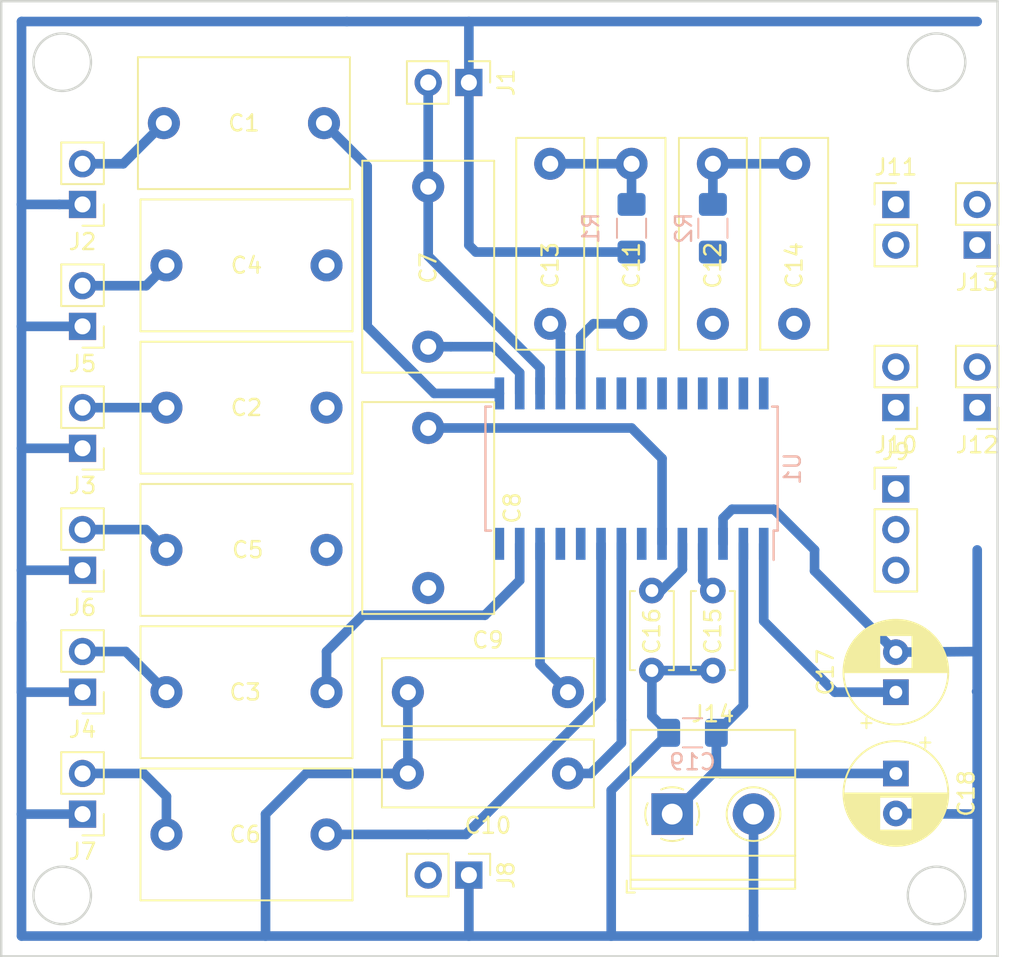
<source format=kicad_pcb>
(kicad_pcb (version 20171130) (host pcbnew 5.0.0)

  (general
    (thickness 1.6)
    (drawings 8)
    (tracks 115)
    (zones 0)
    (modules 36)
    (nets 37)
  )

  (page A4)
  (layers
    (0 F.Cu signal)
    (31 B.Cu signal)
    (32 B.Adhes user hide)
    (33 F.Adhes user hide)
    (34 B.Paste user hide)
    (35 F.Paste user hide)
    (36 B.SilkS user)
    (37 F.SilkS user)
    (38 B.Mask user hide)
    (39 F.Mask user hide)
    (40 Dwgs.User user hide)
    (41 Cmts.User user hide)
    (42 Eco1.User user hide)
    (43 Eco2.User user hide)
    (44 Edge.Cuts user)
    (45 Margin user hide)
    (46 B.CrtYd user)
    (47 F.CrtYd user)
    (48 B.Fab user)
    (49 F.Fab user)
  )

  (setup
    (last_trace_width 0.6)
    (trace_clearance 0.4)
    (zone_clearance 0.508)
    (zone_45_only no)
    (trace_min 0.2)
    (segment_width 0.2)
    (edge_width 0.15)
    (via_size 1.2)
    (via_drill 0.6)
    (via_min_size 0.4)
    (via_min_drill 0.3)
    (uvia_size 0.3)
    (uvia_drill 0.1)
    (uvias_allowed no)
    (uvia_min_size 0.2)
    (uvia_min_drill 0.1)
    (pcb_text_width 0.3)
    (pcb_text_size 1.5 1.5)
    (mod_edge_width 0.15)
    (mod_text_size 1 1)
    (mod_text_width 0.15)
    (pad_size 1.524 1.524)
    (pad_drill 0.762)
    (pad_to_mask_clearance 0.2)
    (aux_axis_origin 0 0)
    (visible_elements FFFFFF7F)
    (pcbplotparams
      (layerselection 0x010fc_ffffffff)
      (usegerberextensions false)
      (usegerberattributes false)
      (usegerberadvancedattributes false)
      (creategerberjobfile false)
      (excludeedgelayer true)
      (linewidth 0.100000)
      (plotframeref false)
      (viasonmask false)
      (mode 1)
      (useauxorigin false)
      (hpglpennumber 1)
      (hpglpenspeed 20)
      (hpglpendiameter 15.000000)
      (psnegative false)
      (psa4output false)
      (plotreference true)
      (plotvalue true)
      (plotinvisibletext false)
      (padsonsilk false)
      (subtractmaskfromsilk false)
      (outputformat 1)
      (mirror false)
      (drillshape 1)
      (scaleselection 1)
      (outputdirectory ""))
  )

  (net 0 "")
  (net 1 "Net-(C1-Pad2)")
  (net 2 "Net-(C1-Pad1)")
  (net 3 "Net-(C2-Pad1)")
  (net 4 "Net-(C2-Pad2)")
  (net 5 "Net-(C3-Pad2)")
  (net 6 "Net-(C3-Pad1)")
  (net 7 "Net-(C4-Pad1)")
  (net 8 "Net-(C4-Pad2)")
  (net 9 "Net-(C5-Pad2)")
  (net 10 "Net-(C5-Pad1)")
  (net 11 "Net-(C6-Pad1)")
  (net 12 "Net-(C6-Pad2)")
  (net 13 "Net-(C7-Pad2)")
  (net 14 "Net-(C7-Pad1)")
  (net 15 "Net-(C8-Pad1)")
  (net 16 "Net-(C8-Pad2)")
  (net 17 "Net-(C9-Pad2)")
  (net 18 GNDA)
  (net 19 "Net-(C10-Pad1)")
  (net 20 "Net-(C11-Pad1)")
  (net 21 "Net-(C11-Pad2)")
  (net 22 "Net-(C12-Pad2)")
  (net 23 "Net-(C12-Pad1)")
  (net 24 "Net-(C13-Pad2)")
  (net 25 "Net-(C14-Pad1)")
  (net 26 "Net-(C15-Pad2)")
  (net 27 "Net-(C16-Pad1)")
  (net 28 "Net-(C17-Pad1)")
  (net 29 GNDD)
  (net 30 +9VA)
  (net 31 "Net-(J9-Pad1)")
  (net 32 "Net-(J9-Pad2)")
  (net 33 "Net-(J10-Pad2)")
  (net 34 "Net-(J11-Pad2)")
  (net 35 "Net-(J12-Pad2)")
  (net 36 "Net-(J13-Pad2)")

  (net_class Default "Это класс цепей по умолчанию."
    (clearance 0.4)
    (trace_width 0.6)
    (via_dia 1.2)
    (via_drill 0.6)
    (uvia_dia 0.3)
    (uvia_drill 0.1)
    (add_net +9VA)
    (add_net GNDA)
    (add_net GNDD)
    (add_net "Net-(C1-Pad1)")
    (add_net "Net-(C1-Pad2)")
    (add_net "Net-(C10-Pad1)")
    (add_net "Net-(C11-Pad1)")
    (add_net "Net-(C11-Pad2)")
    (add_net "Net-(C12-Pad1)")
    (add_net "Net-(C12-Pad2)")
    (add_net "Net-(C13-Pad2)")
    (add_net "Net-(C14-Pad1)")
    (add_net "Net-(C15-Pad2)")
    (add_net "Net-(C16-Pad1)")
    (add_net "Net-(C17-Pad1)")
    (add_net "Net-(C2-Pad1)")
    (add_net "Net-(C2-Pad2)")
    (add_net "Net-(C3-Pad1)")
    (add_net "Net-(C3-Pad2)")
    (add_net "Net-(C4-Pad1)")
    (add_net "Net-(C4-Pad2)")
    (add_net "Net-(C5-Pad1)")
    (add_net "Net-(C5-Pad2)")
    (add_net "Net-(C6-Pad1)")
    (add_net "Net-(C6-Pad2)")
    (add_net "Net-(C7-Pad1)")
    (add_net "Net-(C7-Pad2)")
    (add_net "Net-(C8-Pad1)")
    (add_net "Net-(C8-Pad2)")
    (add_net "Net-(C9-Pad2)")
    (add_net "Net-(J10-Pad2)")
    (add_net "Net-(J11-Pad2)")
    (add_net "Net-(J12-Pad2)")
    (add_net "Net-(J13-Pad2)")
    (add_net "Net-(J9-Pad1)")
    (add_net "Net-(J9-Pad2)")
  )

  (module Connector_PinHeader_2.54mm:PinHeader_1x02_P2.54mm_Vertical (layer F.Cu) (tedit 59FED5CC) (tstamp 5C23967A)
    (at 96.52 115.57 180)
    (descr "Through hole straight pin header, 1x02, 2.54mm pitch, single row")
    (tags "Through hole pin header THT 1x02 2.54mm single row")
    (path /5C1628DE)
    (fp_text reference J6 (at 0 -2.33 180) (layer F.SilkS)
      (effects (font (size 1 1) (thickness 0.15)))
    )
    (fp_text value IN2_R (at 0 4.87 180) (layer F.Fab)
      (effects (font (size 1 1) (thickness 0.15)))
    )
    (fp_text user %R (at 0 1.27 270) (layer F.Fab)
      (effects (font (size 1 1) (thickness 0.15)))
    )
    (fp_line (start 1.8 -1.8) (end -1.8 -1.8) (layer F.CrtYd) (width 0.05))
    (fp_line (start 1.8 4.35) (end 1.8 -1.8) (layer F.CrtYd) (width 0.05))
    (fp_line (start -1.8 4.35) (end 1.8 4.35) (layer F.CrtYd) (width 0.05))
    (fp_line (start -1.8 -1.8) (end -1.8 4.35) (layer F.CrtYd) (width 0.05))
    (fp_line (start -1.33 -1.33) (end 0 -1.33) (layer F.SilkS) (width 0.12))
    (fp_line (start -1.33 0) (end -1.33 -1.33) (layer F.SilkS) (width 0.12))
    (fp_line (start -1.33 1.27) (end 1.33 1.27) (layer F.SilkS) (width 0.12))
    (fp_line (start 1.33 1.27) (end 1.33 3.87) (layer F.SilkS) (width 0.12))
    (fp_line (start -1.33 1.27) (end -1.33 3.87) (layer F.SilkS) (width 0.12))
    (fp_line (start -1.33 3.87) (end 1.33 3.87) (layer F.SilkS) (width 0.12))
    (fp_line (start -1.27 -0.635) (end -0.635 -1.27) (layer F.Fab) (width 0.1))
    (fp_line (start -1.27 3.81) (end -1.27 -0.635) (layer F.Fab) (width 0.1))
    (fp_line (start 1.27 3.81) (end -1.27 3.81) (layer F.Fab) (width 0.1))
    (fp_line (start 1.27 -1.27) (end 1.27 3.81) (layer F.Fab) (width 0.1))
    (fp_line (start -0.635 -1.27) (end 1.27 -1.27) (layer F.Fab) (width 0.1))
    (pad 2 thru_hole oval (at 0 2.54 180) (size 1.7 1.7) (drill 1) (layers *.Cu *.Mask)
      (net 9 "Net-(C5-Pad2)"))
    (pad 1 thru_hole rect (at 0 0 180) (size 1.7 1.7) (drill 1) (layers *.Cu *.Mask)
      (net 18 GNDA))
    (model ${KISYS3DMOD}/Connector_PinHeader_2.54mm.3dshapes/PinHeader_1x02_P2.54mm_Vertical.wrl
      (at (xyz 0 0 0))
      (scale (xyz 1 1 1))
      (rotate (xyz 0 0 0))
    )
  )

  (module Connector_PinHeader_2.54mm:PinHeader_1x02_P2.54mm_Vertical (layer F.Cu) (tedit 59FED5CC) (tstamp 5C23963B)
    (at 96.52 130.81 180)
    (descr "Through hole straight pin header, 1x02, 2.54mm pitch, single row")
    (tags "Through hole pin header THT 1x02 2.54mm single row")
    (path /5C16292A)
    (fp_text reference J7 (at 0 -2.33 180) (layer F.SilkS)
      (effects (font (size 1 1) (thickness 0.15)))
    )
    (fp_text value IN3_R (at 0 4.87 180) (layer F.Fab)
      (effects (font (size 1 1) (thickness 0.15)))
    )
    (fp_line (start -0.635 -1.27) (end 1.27 -1.27) (layer F.Fab) (width 0.1))
    (fp_line (start 1.27 -1.27) (end 1.27 3.81) (layer F.Fab) (width 0.1))
    (fp_line (start 1.27 3.81) (end -1.27 3.81) (layer F.Fab) (width 0.1))
    (fp_line (start -1.27 3.81) (end -1.27 -0.635) (layer F.Fab) (width 0.1))
    (fp_line (start -1.27 -0.635) (end -0.635 -1.27) (layer F.Fab) (width 0.1))
    (fp_line (start -1.33 3.87) (end 1.33 3.87) (layer F.SilkS) (width 0.12))
    (fp_line (start -1.33 1.27) (end -1.33 3.87) (layer F.SilkS) (width 0.12))
    (fp_line (start 1.33 1.27) (end 1.33 3.87) (layer F.SilkS) (width 0.12))
    (fp_line (start -1.33 1.27) (end 1.33 1.27) (layer F.SilkS) (width 0.12))
    (fp_line (start -1.33 0) (end -1.33 -1.33) (layer F.SilkS) (width 0.12))
    (fp_line (start -1.33 -1.33) (end 0 -1.33) (layer F.SilkS) (width 0.12))
    (fp_line (start -1.8 -1.8) (end -1.8 4.35) (layer F.CrtYd) (width 0.05))
    (fp_line (start -1.8 4.35) (end 1.8 4.35) (layer F.CrtYd) (width 0.05))
    (fp_line (start 1.8 4.35) (end 1.8 -1.8) (layer F.CrtYd) (width 0.05))
    (fp_line (start 1.8 -1.8) (end -1.8 -1.8) (layer F.CrtYd) (width 0.05))
    (fp_text user %R (at 0 1.27 270) (layer F.Fab)
      (effects (font (size 1 1) (thickness 0.15)))
    )
    (pad 1 thru_hole rect (at 0 0 180) (size 1.7 1.7) (drill 1) (layers *.Cu *.Mask)
      (net 18 GNDA))
    (pad 2 thru_hole oval (at 0 2.54 180) (size 1.7 1.7) (drill 1) (layers *.Cu *.Mask)
      (net 12 "Net-(C6-Pad2)"))
    (model ${KISYS3DMOD}/Connector_PinHeader_2.54mm.3dshapes/PinHeader_1x02_P2.54mm_Vertical.wrl
      (at (xyz 0 0 0))
      (scale (xyz 1 1 1))
      (rotate (xyz 0 0 0))
    )
  )

  (module Connector_PinHeader_2.54mm:PinHeader_1x02_P2.54mm_Vertical (layer F.Cu) (tedit 59FED5CC) (tstamp 5C2395FC)
    (at 96.52 92.71 180)
    (descr "Through hole straight pin header, 1x02, 2.54mm pitch, single row")
    (tags "Through hole pin header THT 1x02 2.54mm single row")
    (path /5C160E71)
    (fp_text reference J2 (at 0 -2.33 180) (layer F.SilkS)
      (effects (font (size 1 1) (thickness 0.15)))
    )
    (fp_text value IN1_L (at 0 4.87 180) (layer F.Fab)
      (effects (font (size 1 1) (thickness 0.15)))
    )
    (fp_text user %R (at 0 1.27 270) (layer F.Fab)
      (effects (font (size 1 1) (thickness 0.15)))
    )
    (fp_line (start 1.8 -1.8) (end -1.8 -1.8) (layer F.CrtYd) (width 0.05))
    (fp_line (start 1.8 4.35) (end 1.8 -1.8) (layer F.CrtYd) (width 0.05))
    (fp_line (start -1.8 4.35) (end 1.8 4.35) (layer F.CrtYd) (width 0.05))
    (fp_line (start -1.8 -1.8) (end -1.8 4.35) (layer F.CrtYd) (width 0.05))
    (fp_line (start -1.33 -1.33) (end 0 -1.33) (layer F.SilkS) (width 0.12))
    (fp_line (start -1.33 0) (end -1.33 -1.33) (layer F.SilkS) (width 0.12))
    (fp_line (start -1.33 1.27) (end 1.33 1.27) (layer F.SilkS) (width 0.12))
    (fp_line (start 1.33 1.27) (end 1.33 3.87) (layer F.SilkS) (width 0.12))
    (fp_line (start -1.33 1.27) (end -1.33 3.87) (layer F.SilkS) (width 0.12))
    (fp_line (start -1.33 3.87) (end 1.33 3.87) (layer F.SilkS) (width 0.12))
    (fp_line (start -1.27 -0.635) (end -0.635 -1.27) (layer F.Fab) (width 0.1))
    (fp_line (start -1.27 3.81) (end -1.27 -0.635) (layer F.Fab) (width 0.1))
    (fp_line (start 1.27 3.81) (end -1.27 3.81) (layer F.Fab) (width 0.1))
    (fp_line (start 1.27 -1.27) (end 1.27 3.81) (layer F.Fab) (width 0.1))
    (fp_line (start -0.635 -1.27) (end 1.27 -1.27) (layer F.Fab) (width 0.1))
    (pad 2 thru_hole oval (at 0 2.54 180) (size 1.7 1.7) (drill 1) (layers *.Cu *.Mask)
      (net 1 "Net-(C1-Pad2)"))
    (pad 1 thru_hole rect (at 0 0 180) (size 1.7 1.7) (drill 1) (layers *.Cu *.Mask)
      (net 18 GNDA))
    (model ${KISYS3DMOD}/Connector_PinHeader_2.54mm.3dshapes/PinHeader_1x02_P2.54mm_Vertical.wrl
      (at (xyz 0 0 0))
      (scale (xyz 1 1 1))
      (rotate (xyz 0 0 0))
    )
  )

  (module Connector_PinHeader_2.54mm:PinHeader_1x02_P2.54mm_Vertical (layer F.Cu) (tedit 59FED5CC) (tstamp 5C23957E)
    (at 96.52 107.95 180)
    (descr "Through hole straight pin header, 1x02, 2.54mm pitch, single row")
    (tags "Through hole pin header THT 1x02 2.54mm single row")
    (path /5C1627CC)
    (fp_text reference J3 (at 0 -2.33 180) (layer F.SilkS)
      (effects (font (size 1 1) (thickness 0.15)))
    )
    (fp_text value IN2_L (at 0 4.87 180) (layer F.Fab)
      (effects (font (size 1 1) (thickness 0.15)))
    )
    (fp_line (start -0.635 -1.27) (end 1.27 -1.27) (layer F.Fab) (width 0.1))
    (fp_line (start 1.27 -1.27) (end 1.27 3.81) (layer F.Fab) (width 0.1))
    (fp_line (start 1.27 3.81) (end -1.27 3.81) (layer F.Fab) (width 0.1))
    (fp_line (start -1.27 3.81) (end -1.27 -0.635) (layer F.Fab) (width 0.1))
    (fp_line (start -1.27 -0.635) (end -0.635 -1.27) (layer F.Fab) (width 0.1))
    (fp_line (start -1.33 3.87) (end 1.33 3.87) (layer F.SilkS) (width 0.12))
    (fp_line (start -1.33 1.27) (end -1.33 3.87) (layer F.SilkS) (width 0.12))
    (fp_line (start 1.33 1.27) (end 1.33 3.87) (layer F.SilkS) (width 0.12))
    (fp_line (start -1.33 1.27) (end 1.33 1.27) (layer F.SilkS) (width 0.12))
    (fp_line (start -1.33 0) (end -1.33 -1.33) (layer F.SilkS) (width 0.12))
    (fp_line (start -1.33 -1.33) (end 0 -1.33) (layer F.SilkS) (width 0.12))
    (fp_line (start -1.8 -1.8) (end -1.8 4.35) (layer F.CrtYd) (width 0.05))
    (fp_line (start -1.8 4.35) (end 1.8 4.35) (layer F.CrtYd) (width 0.05))
    (fp_line (start 1.8 4.35) (end 1.8 -1.8) (layer F.CrtYd) (width 0.05))
    (fp_line (start 1.8 -1.8) (end -1.8 -1.8) (layer F.CrtYd) (width 0.05))
    (fp_text user %R (at 0 1.27 270) (layer F.Fab)
      (effects (font (size 1 1) (thickness 0.15)))
    )
    (pad 1 thru_hole rect (at 0 0 180) (size 1.7 1.7) (drill 1) (layers *.Cu *.Mask)
      (net 18 GNDA))
    (pad 2 thru_hole oval (at 0 2.54 180) (size 1.7 1.7) (drill 1) (layers *.Cu *.Mask)
      (net 4 "Net-(C2-Pad2)"))
    (model ${KISYS3DMOD}/Connector_PinHeader_2.54mm.3dshapes/PinHeader_1x02_P2.54mm_Vertical.wrl
      (at (xyz 0 0 0))
      (scale (xyz 1 1 1))
      (rotate (xyz 0 0 0))
    )
  )

  (module Connector_PinHeader_2.54mm:PinHeader_1x02_P2.54mm_Vertical (layer F.Cu) (tedit 59FED5CC) (tstamp 5C2393C5)
    (at 96.52 123.19 180)
    (descr "Through hole straight pin header, 1x02, 2.54mm pitch, single row")
    (tags "Through hole pin header THT 1x02 2.54mm single row")
    (path /5C162812)
    (fp_text reference J4 (at 0 -2.33 180) (layer F.SilkS)
      (effects (font (size 1 1) (thickness 0.15)))
    )
    (fp_text value IN3_L (at 0 4.87 180) (layer F.Fab)
      (effects (font (size 1 1) (thickness 0.15)))
    )
    (fp_text user %R (at 0 1.27 270) (layer F.Fab)
      (effects (font (size 1 1) (thickness 0.15)))
    )
    (fp_line (start 1.8 -1.8) (end -1.8 -1.8) (layer F.CrtYd) (width 0.05))
    (fp_line (start 1.8 4.35) (end 1.8 -1.8) (layer F.CrtYd) (width 0.05))
    (fp_line (start -1.8 4.35) (end 1.8 4.35) (layer F.CrtYd) (width 0.05))
    (fp_line (start -1.8 -1.8) (end -1.8 4.35) (layer F.CrtYd) (width 0.05))
    (fp_line (start -1.33 -1.33) (end 0 -1.33) (layer F.SilkS) (width 0.12))
    (fp_line (start -1.33 0) (end -1.33 -1.33) (layer F.SilkS) (width 0.12))
    (fp_line (start -1.33 1.27) (end 1.33 1.27) (layer F.SilkS) (width 0.12))
    (fp_line (start 1.33 1.27) (end 1.33 3.87) (layer F.SilkS) (width 0.12))
    (fp_line (start -1.33 1.27) (end -1.33 3.87) (layer F.SilkS) (width 0.12))
    (fp_line (start -1.33 3.87) (end 1.33 3.87) (layer F.SilkS) (width 0.12))
    (fp_line (start -1.27 -0.635) (end -0.635 -1.27) (layer F.Fab) (width 0.1))
    (fp_line (start -1.27 3.81) (end -1.27 -0.635) (layer F.Fab) (width 0.1))
    (fp_line (start 1.27 3.81) (end -1.27 3.81) (layer F.Fab) (width 0.1))
    (fp_line (start 1.27 -1.27) (end 1.27 3.81) (layer F.Fab) (width 0.1))
    (fp_line (start -0.635 -1.27) (end 1.27 -1.27) (layer F.Fab) (width 0.1))
    (pad 2 thru_hole oval (at 0 2.54 180) (size 1.7 1.7) (drill 1) (layers *.Cu *.Mask)
      (net 5 "Net-(C3-Pad2)"))
    (pad 1 thru_hole rect (at 0 0 180) (size 1.7 1.7) (drill 1) (layers *.Cu *.Mask)
      (net 18 GNDA))
    (model ${KISYS3DMOD}/Connector_PinHeader_2.54mm.3dshapes/PinHeader_1x02_P2.54mm_Vertical.wrl
      (at (xyz 0 0 0))
      (scale (xyz 1 1 1))
      (rotate (xyz 0 0 0))
    )
  )

  (module Connector_PinHeader_2.54mm:PinHeader_1x02_P2.54mm_Vertical (layer F.Cu) (tedit 59FED5CC) (tstamp 5C239347)
    (at 96.52 100.33 180)
    (descr "Through hole straight pin header, 1x02, 2.54mm pitch, single row")
    (tags "Through hole pin header THT 1x02 2.54mm single row")
    (path /5C162886)
    (fp_text reference J5 (at 0 -2.33 180) (layer F.SilkS)
      (effects (font (size 1 1) (thickness 0.15)))
    )
    (fp_text value IN1_R (at 0 4.87 180) (layer F.Fab)
      (effects (font (size 1 1) (thickness 0.15)))
    )
    (fp_line (start -0.635 -1.27) (end 1.27 -1.27) (layer F.Fab) (width 0.1))
    (fp_line (start 1.27 -1.27) (end 1.27 3.81) (layer F.Fab) (width 0.1))
    (fp_line (start 1.27 3.81) (end -1.27 3.81) (layer F.Fab) (width 0.1))
    (fp_line (start -1.27 3.81) (end -1.27 -0.635) (layer F.Fab) (width 0.1))
    (fp_line (start -1.27 -0.635) (end -0.635 -1.27) (layer F.Fab) (width 0.1))
    (fp_line (start -1.33 3.87) (end 1.33 3.87) (layer F.SilkS) (width 0.12))
    (fp_line (start -1.33 1.27) (end -1.33 3.87) (layer F.SilkS) (width 0.12))
    (fp_line (start 1.33 1.27) (end 1.33 3.87) (layer F.SilkS) (width 0.12))
    (fp_line (start -1.33 1.27) (end 1.33 1.27) (layer F.SilkS) (width 0.12))
    (fp_line (start -1.33 0) (end -1.33 -1.33) (layer F.SilkS) (width 0.12))
    (fp_line (start -1.33 -1.33) (end 0 -1.33) (layer F.SilkS) (width 0.12))
    (fp_line (start -1.8 -1.8) (end -1.8 4.35) (layer F.CrtYd) (width 0.05))
    (fp_line (start -1.8 4.35) (end 1.8 4.35) (layer F.CrtYd) (width 0.05))
    (fp_line (start 1.8 4.35) (end 1.8 -1.8) (layer F.CrtYd) (width 0.05))
    (fp_line (start 1.8 -1.8) (end -1.8 -1.8) (layer F.CrtYd) (width 0.05))
    (fp_text user %R (at 0 1.27 270) (layer F.Fab)
      (effects (font (size 1 1) (thickness 0.15)))
    )
    (pad 1 thru_hole rect (at 0 0 180) (size 1.7 1.7) (drill 1) (layers *.Cu *.Mask)
      (net 18 GNDA))
    (pad 2 thru_hole oval (at 0 2.54 180) (size 1.7 1.7) (drill 1) (layers *.Cu *.Mask)
      (net 8 "Net-(C4-Pad2)"))
    (model ${KISYS3DMOD}/Connector_PinHeader_2.54mm.3dshapes/PinHeader_1x02_P2.54mm_Vertical.wrl
      (at (xyz 0 0 0))
      (scale (xyz 1 1 1))
      (rotate (xyz 0 0 0))
    )
  )

  (module Capacitor_THT:C_Rect_L13.0mm_W8.0mm_P10.00mm_FKS3_FKP3_MKS4 (layer F.Cu) (tedit 5AE50EF0) (tstamp 5C14DDBA)
    (at 111.6 87.63 180)
    (descr "C, Rect series, Radial, pin pitch=10.00mm, , length*width=13*8mm^2, Capacitor, http://www.wima.com/EN/WIMA_FKS_3.pdf, http://www.wima.com/EN/WIMA_MKS_4.pdf")
    (tags "C Rect series Radial pin pitch 10.00mm  length 13mm width 8mm Capacitor")
    (path /5C14C274)
    (fp_text reference C1 (at 5 0 180) (layer F.SilkS)
      (effects (font (size 1 1) (thickness 0.15)))
    )
    (fp_text value 0.47 (at 5 5.25 180) (layer F.Fab)
      (effects (font (size 1 1) (thickness 0.15)))
    )
    (fp_text user %R (at 5 0 180) (layer F.Fab)
      (effects (font (size 1 1) (thickness 0.15)))
    )
    (fp_line (start 11.75 -4.25) (end -1.75 -4.25) (layer F.CrtYd) (width 0.05))
    (fp_line (start 11.75 4.25) (end 11.75 -4.25) (layer F.CrtYd) (width 0.05))
    (fp_line (start -1.75 4.25) (end 11.75 4.25) (layer F.CrtYd) (width 0.05))
    (fp_line (start -1.75 -4.25) (end -1.75 4.25) (layer F.CrtYd) (width 0.05))
    (fp_line (start 11.62 -4.12) (end 11.62 4.12) (layer F.SilkS) (width 0.12))
    (fp_line (start -1.62 -4.12) (end -1.62 4.12) (layer F.SilkS) (width 0.12))
    (fp_line (start -1.62 4.12) (end 11.62 4.12) (layer F.SilkS) (width 0.12))
    (fp_line (start -1.62 -4.12) (end 11.62 -4.12) (layer F.SilkS) (width 0.12))
    (fp_line (start 11.5 -4) (end -1.5 -4) (layer F.Fab) (width 0.1))
    (fp_line (start 11.5 4) (end 11.5 -4) (layer F.Fab) (width 0.1))
    (fp_line (start -1.5 4) (end 11.5 4) (layer F.Fab) (width 0.1))
    (fp_line (start -1.5 -4) (end -1.5 4) (layer F.Fab) (width 0.1))
    (pad 2 thru_hole circle (at 10 0 180) (size 2 2) (drill 1) (layers *.Cu *.Mask)
      (net 1 "Net-(C1-Pad2)"))
    (pad 1 thru_hole circle (at 0 0 180) (size 2 2) (drill 1) (layers *.Cu *.Mask)
      (net 2 "Net-(C1-Pad1)"))
    (model ${KISYS3DMOD}/Capacitor_THT.3dshapes/C_Rect_L13.0mm_W8.0mm_P10.00mm_FKS3_FKP3_MKS4.wrl
      (at (xyz 0 0 0))
      (scale (xyz 1 1 1))
      (rotate (xyz 0 0 0))
    )
  )

  (module Capacitor_THT:C_Rect_L13.0mm_W8.0mm_P10.00mm_FKS3_FKP3_MKS4 (layer F.Cu) (tedit 5AE50EF0) (tstamp 5C14D0AB)
    (at 111.76 105.41 180)
    (descr "C, Rect series, Radial, pin pitch=10.00mm, , length*width=13*8mm^2, Capacitor, http://www.wima.com/EN/WIMA_FKS_3.pdf, http://www.wima.com/EN/WIMA_MKS_4.pdf")
    (tags "C Rect series Radial pin pitch 10.00mm  length 13mm width 8mm Capacitor")
    (path /5C14CCCA)
    (fp_text reference C2 (at 5 0 180) (layer F.SilkS)
      (effects (font (size 1 1) (thickness 0.15)))
    )
    (fp_text value 0.47 (at 5 5.25 180) (layer F.Fab)
      (effects (font (size 1 1) (thickness 0.15)))
    )
    (fp_text user %R (at 5 0 180) (layer F.Fab)
      (effects (font (size 1 1) (thickness 0.15)))
    )
    (fp_line (start 11.75 -4.25) (end -1.75 -4.25) (layer F.CrtYd) (width 0.05))
    (fp_line (start 11.75 4.25) (end 11.75 -4.25) (layer F.CrtYd) (width 0.05))
    (fp_line (start -1.75 4.25) (end 11.75 4.25) (layer F.CrtYd) (width 0.05))
    (fp_line (start -1.75 -4.25) (end -1.75 4.25) (layer F.CrtYd) (width 0.05))
    (fp_line (start 11.62 -4.12) (end 11.62 4.12) (layer F.SilkS) (width 0.12))
    (fp_line (start -1.62 -4.12) (end -1.62 4.12) (layer F.SilkS) (width 0.12))
    (fp_line (start -1.62 4.12) (end 11.62 4.12) (layer F.SilkS) (width 0.12))
    (fp_line (start -1.62 -4.12) (end 11.62 -4.12) (layer F.SilkS) (width 0.12))
    (fp_line (start 11.5 -4) (end -1.5 -4) (layer F.Fab) (width 0.1))
    (fp_line (start 11.5 4) (end 11.5 -4) (layer F.Fab) (width 0.1))
    (fp_line (start -1.5 4) (end 11.5 4) (layer F.Fab) (width 0.1))
    (fp_line (start -1.5 -4) (end -1.5 4) (layer F.Fab) (width 0.1))
    (pad 2 thru_hole circle (at 10 0 180) (size 2 2) (drill 1) (layers *.Cu *.Mask)
      (net 4 "Net-(C2-Pad2)"))
    (pad 1 thru_hole circle (at 0 0 180) (size 2 2) (drill 1) (layers *.Cu *.Mask)
      (net 3 "Net-(C2-Pad1)"))
    (model ${KISYS3DMOD}/Capacitor_THT.3dshapes/C_Rect_L13.0mm_W8.0mm_P10.00mm_FKS3_FKP3_MKS4.wrl
      (at (xyz 0 0 0))
      (scale (xyz 1 1 1))
      (rotate (xyz 0 0 0))
    )
  )

  (module Capacitor_THT:C_Rect_L13.0mm_W8.0mm_P10.00mm_FKS3_FKP3_MKS4 (layer F.Cu) (tedit 5AE50EF0) (tstamp 5C14D0BE)
    (at 111.76 123.19 180)
    (descr "C, Rect series, Radial, pin pitch=10.00mm, , length*width=13*8mm^2, Capacitor, http://www.wima.com/EN/WIMA_FKS_3.pdf, http://www.wima.com/EN/WIMA_MKS_4.pdf")
    (tags "C Rect series Radial pin pitch 10.00mm  length 13mm width 8mm Capacitor")
    (path /5C14CCF0)
    (fp_text reference C3 (at 5.08 0 180) (layer F.SilkS)
      (effects (font (size 1 1) (thickness 0.15)))
    )
    (fp_text value 0.47 (at 5 5.25 180) (layer F.Fab)
      (effects (font (size 1 1) (thickness 0.15)))
    )
    (fp_text user %R (at 5 0 180) (layer F.Fab)
      (effects (font (size 1 1) (thickness 0.15)))
    )
    (fp_line (start 11.75 -4.25) (end -1.75 -4.25) (layer F.CrtYd) (width 0.05))
    (fp_line (start 11.75 4.25) (end 11.75 -4.25) (layer F.CrtYd) (width 0.05))
    (fp_line (start -1.75 4.25) (end 11.75 4.25) (layer F.CrtYd) (width 0.05))
    (fp_line (start -1.75 -4.25) (end -1.75 4.25) (layer F.CrtYd) (width 0.05))
    (fp_line (start 11.62 -4.12) (end 11.62 4.12) (layer F.SilkS) (width 0.12))
    (fp_line (start -1.62 -4.12) (end -1.62 4.12) (layer F.SilkS) (width 0.12))
    (fp_line (start -1.62 4.12) (end 11.62 4.12) (layer F.SilkS) (width 0.12))
    (fp_line (start -1.62 -4.12) (end 11.62 -4.12) (layer F.SilkS) (width 0.12))
    (fp_line (start 11.5 -4) (end -1.5 -4) (layer F.Fab) (width 0.1))
    (fp_line (start 11.5 4) (end 11.5 -4) (layer F.Fab) (width 0.1))
    (fp_line (start -1.5 4) (end 11.5 4) (layer F.Fab) (width 0.1))
    (fp_line (start -1.5 -4) (end -1.5 4) (layer F.Fab) (width 0.1))
    (pad 2 thru_hole circle (at 10 0 180) (size 2 2) (drill 1) (layers *.Cu *.Mask)
      (net 5 "Net-(C3-Pad2)"))
    (pad 1 thru_hole circle (at 0 0 180) (size 2 2) (drill 1) (layers *.Cu *.Mask)
      (net 6 "Net-(C3-Pad1)"))
    (model ${KISYS3DMOD}/Capacitor_THT.3dshapes/C_Rect_L13.0mm_W8.0mm_P10.00mm_FKS3_FKP3_MKS4.wrl
      (at (xyz 0 0 0))
      (scale (xyz 1 1 1))
      (rotate (xyz 0 0 0))
    )
  )

  (module Capacitor_THT:C_Rect_L13.0mm_W8.0mm_P10.00mm_FKS3_FKP3_MKS4 (layer F.Cu) (tedit 5AE50EF0) (tstamp 5C14D0D1)
    (at 111.76 96.52 180)
    (descr "C, Rect series, Radial, pin pitch=10.00mm, , length*width=13*8mm^2, Capacitor, http://www.wima.com/EN/WIMA_FKS_3.pdf, http://www.wima.com/EN/WIMA_MKS_4.pdf")
    (tags "C Rect series Radial pin pitch 10.00mm  length 13mm width 8mm Capacitor")
    (path /5C14CD18)
    (fp_text reference C4 (at 5 0 180) (layer F.SilkS)
      (effects (font (size 1 1) (thickness 0.15)))
    )
    (fp_text value 0.47 (at 5 5.25 180) (layer F.Fab)
      (effects (font (size 1 1) (thickness 0.15)))
    )
    (fp_text user %R (at 5 0 180) (layer F.Fab)
      (effects (font (size 1 1) (thickness 0.15)))
    )
    (fp_line (start 11.75 -4.25) (end -1.75 -4.25) (layer F.CrtYd) (width 0.05))
    (fp_line (start 11.75 4.25) (end 11.75 -4.25) (layer F.CrtYd) (width 0.05))
    (fp_line (start -1.75 4.25) (end 11.75 4.25) (layer F.CrtYd) (width 0.05))
    (fp_line (start -1.75 -4.25) (end -1.75 4.25) (layer F.CrtYd) (width 0.05))
    (fp_line (start 11.62 -4.12) (end 11.62 4.12) (layer F.SilkS) (width 0.12))
    (fp_line (start -1.62 -4.12) (end -1.62 4.12) (layer F.SilkS) (width 0.12))
    (fp_line (start -1.62 4.12) (end 11.62 4.12) (layer F.SilkS) (width 0.12))
    (fp_line (start -1.62 -4.12) (end 11.62 -4.12) (layer F.SilkS) (width 0.12))
    (fp_line (start 11.5 -4) (end -1.5 -4) (layer F.Fab) (width 0.1))
    (fp_line (start 11.5 4) (end 11.5 -4) (layer F.Fab) (width 0.1))
    (fp_line (start -1.5 4) (end 11.5 4) (layer F.Fab) (width 0.1))
    (fp_line (start -1.5 -4) (end -1.5 4) (layer F.Fab) (width 0.1))
    (pad 2 thru_hole circle (at 10 0 180) (size 2 2) (drill 1) (layers *.Cu *.Mask)
      (net 8 "Net-(C4-Pad2)"))
    (pad 1 thru_hole circle (at 0 0 180) (size 2 2) (drill 1) (layers *.Cu *.Mask)
      (net 7 "Net-(C4-Pad1)"))
    (model ${KISYS3DMOD}/Capacitor_THT.3dshapes/C_Rect_L13.0mm_W8.0mm_P10.00mm_FKS3_FKP3_MKS4.wrl
      (at (xyz 0 0 0))
      (scale (xyz 1 1 1))
      (rotate (xyz 0 0 0))
    )
  )

  (module Capacitor_THT:C_Rect_L13.0mm_W8.0mm_P10.00mm_FKS3_FKP3_MKS4 (layer F.Cu) (tedit 5AE50EF0) (tstamp 5C15216A)
    (at 111.76 114.3 180)
    (descr "C, Rect series, Radial, pin pitch=10.00mm, , length*width=13*8mm^2, Capacitor, http://www.wima.com/EN/WIMA_FKS_3.pdf, http://www.wima.com/EN/WIMA_MKS_4.pdf")
    (tags "C Rect series Radial pin pitch 10.00mm  length 13mm width 8mm Capacitor")
    (path /5C14CD48)
    (fp_text reference C5 (at 4.92 0 180) (layer F.SilkS)
      (effects (font (size 1 1) (thickness 0.15)))
    )
    (fp_text value 0.47 (at 5 5.25 180) (layer F.Fab)
      (effects (font (size 1 1) (thickness 0.15)))
    )
    (fp_text user %R (at 5 0 180) (layer F.Fab)
      (effects (font (size 1 1) (thickness 0.15)))
    )
    (fp_line (start 11.75 -4.25) (end -1.75 -4.25) (layer F.CrtYd) (width 0.05))
    (fp_line (start 11.75 4.25) (end 11.75 -4.25) (layer F.CrtYd) (width 0.05))
    (fp_line (start -1.75 4.25) (end 11.75 4.25) (layer F.CrtYd) (width 0.05))
    (fp_line (start -1.75 -4.25) (end -1.75 4.25) (layer F.CrtYd) (width 0.05))
    (fp_line (start 11.62 -4.12) (end 11.62 4.12) (layer F.SilkS) (width 0.12))
    (fp_line (start -1.62 -4.12) (end -1.62 4.12) (layer F.SilkS) (width 0.12))
    (fp_line (start -1.62 4.12) (end 11.62 4.12) (layer F.SilkS) (width 0.12))
    (fp_line (start -1.62 -4.12) (end 11.62 -4.12) (layer F.SilkS) (width 0.12))
    (fp_line (start 11.5 -4) (end -1.5 -4) (layer F.Fab) (width 0.1))
    (fp_line (start 11.5 4) (end 11.5 -4) (layer F.Fab) (width 0.1))
    (fp_line (start -1.5 4) (end 11.5 4) (layer F.Fab) (width 0.1))
    (fp_line (start -1.5 -4) (end -1.5 4) (layer F.Fab) (width 0.1))
    (pad 2 thru_hole circle (at 10 0 180) (size 2 2) (drill 1) (layers *.Cu *.Mask)
      (net 9 "Net-(C5-Pad2)"))
    (pad 1 thru_hole circle (at 0 0 180) (size 2 2) (drill 1) (layers *.Cu *.Mask)
      (net 10 "Net-(C5-Pad1)"))
    (model ${KISYS3DMOD}/Capacitor_THT.3dshapes/C_Rect_L13.0mm_W8.0mm_P10.00mm_FKS3_FKP3_MKS4.wrl
      (at (xyz 0 0 0))
      (scale (xyz 1 1 1))
      (rotate (xyz 0 0 0))
    )
  )

  (module Capacitor_THT:C_Rect_L13.0mm_W8.0mm_P10.00mm_FKS3_FKP3_MKS4 (layer F.Cu) (tedit 5AE50EF0) (tstamp 5C1522EB)
    (at 111.76 132.08 180)
    (descr "C, Rect series, Radial, pin pitch=10.00mm, , length*width=13*8mm^2, Capacitor, http://www.wima.com/EN/WIMA_FKS_3.pdf, http://www.wima.com/EN/WIMA_MKS_4.pdf")
    (tags "C Rect series Radial pin pitch 10.00mm  length 13mm width 8mm Capacitor")
    (path /5C14CD70)
    (fp_text reference C6 (at 5.08 0 180) (layer F.SilkS)
      (effects (font (size 1 1) (thickness 0.15)))
    )
    (fp_text value 0.47 (at 5 5.25 180) (layer F.Fab)
      (effects (font (size 1 1) (thickness 0.15)))
    )
    (fp_text user %R (at 5 0 180) (layer F.Fab)
      (effects (font (size 1 1) (thickness 0.15)))
    )
    (fp_line (start 11.75 -4.25) (end -1.75 -4.25) (layer F.CrtYd) (width 0.05))
    (fp_line (start 11.75 4.25) (end 11.75 -4.25) (layer F.CrtYd) (width 0.05))
    (fp_line (start -1.75 4.25) (end 11.75 4.25) (layer F.CrtYd) (width 0.05))
    (fp_line (start -1.75 -4.25) (end -1.75 4.25) (layer F.CrtYd) (width 0.05))
    (fp_line (start 11.62 -4.12) (end 11.62 4.12) (layer F.SilkS) (width 0.12))
    (fp_line (start -1.62 -4.12) (end -1.62 4.12) (layer F.SilkS) (width 0.12))
    (fp_line (start -1.62 4.12) (end 11.62 4.12) (layer F.SilkS) (width 0.12))
    (fp_line (start -1.62 -4.12) (end 11.62 -4.12) (layer F.SilkS) (width 0.12))
    (fp_line (start 11.5 -4) (end -1.5 -4) (layer F.Fab) (width 0.1))
    (fp_line (start 11.5 4) (end 11.5 -4) (layer F.Fab) (width 0.1))
    (fp_line (start -1.5 4) (end 11.5 4) (layer F.Fab) (width 0.1))
    (fp_line (start -1.5 -4) (end -1.5 4) (layer F.Fab) (width 0.1))
    (pad 2 thru_hole circle (at 10 0 180) (size 2 2) (drill 1) (layers *.Cu *.Mask)
      (net 12 "Net-(C6-Pad2)"))
    (pad 1 thru_hole circle (at 0 0 180) (size 2 2) (drill 1) (layers *.Cu *.Mask)
      (net 11 "Net-(C6-Pad1)"))
    (model ${KISYS3DMOD}/Capacitor_THT.3dshapes/C_Rect_L13.0mm_W8.0mm_P10.00mm_FKS3_FKP3_MKS4.wrl
      (at (xyz 0 0 0))
      (scale (xyz 1 1 1))
      (rotate (xyz 0 0 0))
    )
  )

  (module Capacitor_THT:C_Rect_L13.0mm_W8.0mm_P10.00mm_FKS3_FKP3_MKS4 (layer F.Cu) (tedit 5AE50EF0) (tstamp 5C152DBF)
    (at 118.11 101.6 90)
    (descr "C, Rect series, Radial, pin pitch=10.00mm, , length*width=13*8mm^2, Capacitor, http://www.wima.com/EN/WIMA_FKS_3.pdf, http://www.wima.com/EN/WIMA_MKS_4.pdf")
    (tags "C Rect series Radial pin pitch 10.00mm  length 13mm width 8mm Capacitor")
    (path /5C15F190)
    (fp_text reference C7 (at 4.92 0 90) (layer F.SilkS)
      (effects (font (size 1 1) (thickness 0.15)))
    )
    (fp_text value 0.47 (at 5 5.25 90) (layer F.Fab)
      (effects (font (size 1 1) (thickness 0.15)))
    )
    (fp_text user %R (at 5 0 90) (layer F.Fab)
      (effects (font (size 1 1) (thickness 0.15)))
    )
    (fp_line (start 11.75 -4.25) (end -1.75 -4.25) (layer F.CrtYd) (width 0.05))
    (fp_line (start 11.75 4.25) (end 11.75 -4.25) (layer F.CrtYd) (width 0.05))
    (fp_line (start -1.75 4.25) (end 11.75 4.25) (layer F.CrtYd) (width 0.05))
    (fp_line (start -1.75 -4.25) (end -1.75 4.25) (layer F.CrtYd) (width 0.05))
    (fp_line (start 11.62 -4.12) (end 11.62 4.12) (layer F.SilkS) (width 0.12))
    (fp_line (start -1.62 -4.12) (end -1.62 4.12) (layer F.SilkS) (width 0.12))
    (fp_line (start -1.62 4.12) (end 11.62 4.12) (layer F.SilkS) (width 0.12))
    (fp_line (start -1.62 -4.12) (end 11.62 -4.12) (layer F.SilkS) (width 0.12))
    (fp_line (start 11.5 -4) (end -1.5 -4) (layer F.Fab) (width 0.1))
    (fp_line (start 11.5 4) (end 11.5 -4) (layer F.Fab) (width 0.1))
    (fp_line (start -1.5 4) (end 11.5 4) (layer F.Fab) (width 0.1))
    (fp_line (start -1.5 -4) (end -1.5 4) (layer F.Fab) (width 0.1))
    (pad 2 thru_hole circle (at 10 0 90) (size 2 2) (drill 1) (layers *.Cu *.Mask)
      (net 13 "Net-(C7-Pad2)"))
    (pad 1 thru_hole circle (at 0 0 90) (size 2 2) (drill 1) (layers *.Cu *.Mask)
      (net 14 "Net-(C7-Pad1)"))
    (model ${KISYS3DMOD}/Capacitor_THT.3dshapes/C_Rect_L13.0mm_W8.0mm_P10.00mm_FKS3_FKP3_MKS4.wrl
      (at (xyz 0 0 0))
      (scale (xyz 1 1 1))
      (rotate (xyz 0 0 0))
    )
  )

  (module Capacitor_THT:C_Rect_L13.0mm_W8.0mm_P10.00mm_FKS3_FKP3_MKS4 (layer F.Cu) (tedit 5AE50EF0) (tstamp 5C14D11D)
    (at 118.11 106.68 270)
    (descr "C, Rect series, Radial, pin pitch=10.00mm, , length*width=13*8mm^2, Capacitor, http://www.wima.com/EN/WIMA_FKS_3.pdf, http://www.wima.com/EN/WIMA_MKS_4.pdf")
    (tags "C Rect series Radial pin pitch 10.00mm  length 13mm width 8mm Capacitor")
    (path /5C14C9E0)
    (fp_text reference C8 (at 5 -5.25 270) (layer F.SilkS)
      (effects (font (size 1 1) (thickness 0.15)))
    )
    (fp_text value 0.47 (at 5 5.25 270) (layer F.Fab)
      (effects (font (size 1 1) (thickness 0.15)))
    )
    (fp_text user %R (at 5 0 270) (layer F.Fab)
      (effects (font (size 1 1) (thickness 0.15)))
    )
    (fp_line (start 11.75 -4.25) (end -1.75 -4.25) (layer F.CrtYd) (width 0.05))
    (fp_line (start 11.75 4.25) (end 11.75 -4.25) (layer F.CrtYd) (width 0.05))
    (fp_line (start -1.75 4.25) (end 11.75 4.25) (layer F.CrtYd) (width 0.05))
    (fp_line (start -1.75 -4.25) (end -1.75 4.25) (layer F.CrtYd) (width 0.05))
    (fp_line (start 11.62 -4.12) (end 11.62 4.12) (layer F.SilkS) (width 0.12))
    (fp_line (start -1.62 -4.12) (end -1.62 4.12) (layer F.SilkS) (width 0.12))
    (fp_line (start -1.62 4.12) (end 11.62 4.12) (layer F.SilkS) (width 0.12))
    (fp_line (start -1.62 -4.12) (end 11.62 -4.12) (layer F.SilkS) (width 0.12))
    (fp_line (start 11.5 -4) (end -1.5 -4) (layer F.Fab) (width 0.1))
    (fp_line (start 11.5 4) (end 11.5 -4) (layer F.Fab) (width 0.1))
    (fp_line (start -1.5 4) (end 11.5 4) (layer F.Fab) (width 0.1))
    (fp_line (start -1.5 -4) (end -1.5 4) (layer F.Fab) (width 0.1))
    (pad 2 thru_hole circle (at 10 0 270) (size 2 2) (drill 1) (layers *.Cu *.Mask)
      (net 16 "Net-(C8-Pad2)"))
    (pad 1 thru_hole circle (at 0 0 270) (size 2 2) (drill 1) (layers *.Cu *.Mask)
      (net 15 "Net-(C8-Pad1)"))
    (model ${KISYS3DMOD}/Capacitor_THT.3dshapes/C_Rect_L13.0mm_W8.0mm_P10.00mm_FKS3_FKP3_MKS4.wrl
      (at (xyz 0 0 0))
      (scale (xyz 1 1 1))
      (rotate (xyz 0 0 0))
    )
  )

  (module Capacitor_THT:C_Disc_D4.7mm_W2.5mm_P5.00mm (layer F.Cu) (tedit 5AE50EF0) (tstamp 5C14D1A4)
    (at 135.89 121.84 90)
    (descr "C, Disc series, Radial, pin pitch=5.00mm, , diameter*width=4.7*2.5mm^2, Capacitor, http://www.vishay.com/docs/45233/krseries.pdf")
    (tags "C Disc series Radial pin pitch 5.00mm  diameter 4.7mm width 2.5mm Capacitor")
    (path /5C150B86)
    (fp_text reference C15 (at 2.46 0 90) (layer F.SilkS)
      (effects (font (size 1 1) (thickness 0.15)))
    )
    (fp_text value 2700 (at 2.5 2.5 90) (layer F.Fab)
      (effects (font (size 1 1) (thickness 0.15)))
    )
    (fp_text user %R (at 2.5 0 90) (layer F.Fab)
      (effects (font (size 0.94 0.94) (thickness 0.141)))
    )
    (fp_line (start 6.05 -1.5) (end -1.05 -1.5) (layer F.CrtYd) (width 0.05))
    (fp_line (start 6.05 1.5) (end 6.05 -1.5) (layer F.CrtYd) (width 0.05))
    (fp_line (start -1.05 1.5) (end 6.05 1.5) (layer F.CrtYd) (width 0.05))
    (fp_line (start -1.05 -1.5) (end -1.05 1.5) (layer F.CrtYd) (width 0.05))
    (fp_line (start 4.97 1.055) (end 4.97 1.37) (layer F.SilkS) (width 0.12))
    (fp_line (start 4.97 -1.37) (end 4.97 -1.055) (layer F.SilkS) (width 0.12))
    (fp_line (start 0.03 1.055) (end 0.03 1.37) (layer F.SilkS) (width 0.12))
    (fp_line (start 0.03 -1.37) (end 0.03 -1.055) (layer F.SilkS) (width 0.12))
    (fp_line (start 0.03 1.37) (end 4.97 1.37) (layer F.SilkS) (width 0.12))
    (fp_line (start 0.03 -1.37) (end 4.97 -1.37) (layer F.SilkS) (width 0.12))
    (fp_line (start 4.85 -1.25) (end 0.15 -1.25) (layer F.Fab) (width 0.1))
    (fp_line (start 4.85 1.25) (end 4.85 -1.25) (layer F.Fab) (width 0.1))
    (fp_line (start 0.15 1.25) (end 4.85 1.25) (layer F.Fab) (width 0.1))
    (fp_line (start 0.15 -1.25) (end 0.15 1.25) (layer F.Fab) (width 0.1))
    (pad 2 thru_hole circle (at 5 0 90) (size 1.6 1.6) (drill 0.8) (layers *.Cu *.Mask)
      (net 26 "Net-(C15-Pad2)"))
    (pad 1 thru_hole circle (at 0 0 90) (size 1.6 1.6) (drill 0.8) (layers *.Cu *.Mask)
      (net 18 GNDA))
    (model ${KISYS3DMOD}/Capacitor_THT.3dshapes/C_Disc_D4.7mm_W2.5mm_P5.00mm.wrl
      (at (xyz 0 0 0))
      (scale (xyz 1 1 1))
      (rotate (xyz 0 0 0))
    )
  )

  (module Capacitor_THT:C_Disc_D4.7mm_W2.5mm_P5.00mm (layer F.Cu) (tedit 5AE50EF0) (tstamp 5C14D1B9)
    (at 132.08 116.84 270)
    (descr "C, Disc series, Radial, pin pitch=5.00mm, , diameter*width=4.7*2.5mm^2, Capacitor, http://www.vishay.com/docs/45233/krseries.pdf")
    (tags "C Disc series Radial pin pitch 5.00mm  diameter 4.7mm width 2.5mm Capacitor")
    (path /5C15143C)
    (fp_text reference C16 (at 2.54 0 270) (layer F.SilkS)
      (effects (font (size 1 1) (thickness 0.15)))
    )
    (fp_text value 2700 (at 2.5 2.5 270) (layer F.Fab)
      (effects (font (size 1 1) (thickness 0.15)))
    )
    (fp_text user %R (at 2.5 0 270) (layer F.Fab)
      (effects (font (size 0.94 0.94) (thickness 0.141)))
    )
    (fp_line (start 6.05 -1.5) (end -1.05 -1.5) (layer F.CrtYd) (width 0.05))
    (fp_line (start 6.05 1.5) (end 6.05 -1.5) (layer F.CrtYd) (width 0.05))
    (fp_line (start -1.05 1.5) (end 6.05 1.5) (layer F.CrtYd) (width 0.05))
    (fp_line (start -1.05 -1.5) (end -1.05 1.5) (layer F.CrtYd) (width 0.05))
    (fp_line (start 4.97 1.055) (end 4.97 1.37) (layer F.SilkS) (width 0.12))
    (fp_line (start 4.97 -1.37) (end 4.97 -1.055) (layer F.SilkS) (width 0.12))
    (fp_line (start 0.03 1.055) (end 0.03 1.37) (layer F.SilkS) (width 0.12))
    (fp_line (start 0.03 -1.37) (end 0.03 -1.055) (layer F.SilkS) (width 0.12))
    (fp_line (start 0.03 1.37) (end 4.97 1.37) (layer F.SilkS) (width 0.12))
    (fp_line (start 0.03 -1.37) (end 4.97 -1.37) (layer F.SilkS) (width 0.12))
    (fp_line (start 4.85 -1.25) (end 0.15 -1.25) (layer F.Fab) (width 0.1))
    (fp_line (start 4.85 1.25) (end 4.85 -1.25) (layer F.Fab) (width 0.1))
    (fp_line (start 0.15 1.25) (end 4.85 1.25) (layer F.Fab) (width 0.1))
    (fp_line (start 0.15 -1.25) (end 0.15 1.25) (layer F.Fab) (width 0.1))
    (pad 2 thru_hole circle (at 5 0 270) (size 1.6 1.6) (drill 0.8) (layers *.Cu *.Mask)
      (net 18 GNDA))
    (pad 1 thru_hole circle (at 0 0 270) (size 1.6 1.6) (drill 0.8) (layers *.Cu *.Mask)
      (net 27 "Net-(C16-Pad1)"))
    (model ${KISYS3DMOD}/Capacitor_THT.3dshapes/C_Disc_D4.7mm_W2.5mm_P5.00mm.wrl
      (at (xyz 0 0 0))
      (scale (xyz 1 1 1))
      (rotate (xyz 0 0 0))
    )
  )

  (module Capacitor_THT:CP_Radial_D6.3mm_P2.50mm (layer F.Cu) (tedit 5AE50EF0) (tstamp 5C14D24D)
    (at 147.32 123.19 90)
    (descr "CP, Radial series, Radial, pin pitch=2.50mm, , diameter=6.3mm, Electrolytic Capacitor")
    (tags "CP Radial series Radial pin pitch 2.50mm  diameter 6.3mm Electrolytic Capacitor")
    (path /5C158DD7)
    (fp_text reference C17 (at 1.25 -4.4 90) (layer F.SilkS)
      (effects (font (size 1 1) (thickness 0.15)))
    )
    (fp_text value 22.0 (at 1.25 4.4 90) (layer F.Fab)
      (effects (font (size 1 1) (thickness 0.15)))
    )
    (fp_text user %R (at 1.25 0 90) (layer F.Fab)
      (effects (font (size 1 1) (thickness 0.15)))
    )
    (fp_line (start -1.935241 -2.154) (end -1.935241 -1.524) (layer F.SilkS) (width 0.12))
    (fp_line (start -2.250241 -1.839) (end -1.620241 -1.839) (layer F.SilkS) (width 0.12))
    (fp_line (start 4.491 -0.402) (end 4.491 0.402) (layer F.SilkS) (width 0.12))
    (fp_line (start 4.451 -0.633) (end 4.451 0.633) (layer F.SilkS) (width 0.12))
    (fp_line (start 4.411 -0.802) (end 4.411 0.802) (layer F.SilkS) (width 0.12))
    (fp_line (start 4.371 -0.94) (end 4.371 0.94) (layer F.SilkS) (width 0.12))
    (fp_line (start 4.331 -1.059) (end 4.331 1.059) (layer F.SilkS) (width 0.12))
    (fp_line (start 4.291 -1.165) (end 4.291 1.165) (layer F.SilkS) (width 0.12))
    (fp_line (start 4.251 -1.262) (end 4.251 1.262) (layer F.SilkS) (width 0.12))
    (fp_line (start 4.211 -1.35) (end 4.211 1.35) (layer F.SilkS) (width 0.12))
    (fp_line (start 4.171 -1.432) (end 4.171 1.432) (layer F.SilkS) (width 0.12))
    (fp_line (start 4.131 -1.509) (end 4.131 1.509) (layer F.SilkS) (width 0.12))
    (fp_line (start 4.091 -1.581) (end 4.091 1.581) (layer F.SilkS) (width 0.12))
    (fp_line (start 4.051 -1.65) (end 4.051 1.65) (layer F.SilkS) (width 0.12))
    (fp_line (start 4.011 -1.714) (end 4.011 1.714) (layer F.SilkS) (width 0.12))
    (fp_line (start 3.971 -1.776) (end 3.971 1.776) (layer F.SilkS) (width 0.12))
    (fp_line (start 3.931 -1.834) (end 3.931 1.834) (layer F.SilkS) (width 0.12))
    (fp_line (start 3.891 -1.89) (end 3.891 1.89) (layer F.SilkS) (width 0.12))
    (fp_line (start 3.851 -1.944) (end 3.851 1.944) (layer F.SilkS) (width 0.12))
    (fp_line (start 3.811 -1.995) (end 3.811 1.995) (layer F.SilkS) (width 0.12))
    (fp_line (start 3.771 -2.044) (end 3.771 2.044) (layer F.SilkS) (width 0.12))
    (fp_line (start 3.731 -2.092) (end 3.731 2.092) (layer F.SilkS) (width 0.12))
    (fp_line (start 3.691 -2.137) (end 3.691 2.137) (layer F.SilkS) (width 0.12))
    (fp_line (start 3.651 -2.182) (end 3.651 2.182) (layer F.SilkS) (width 0.12))
    (fp_line (start 3.611 -2.224) (end 3.611 2.224) (layer F.SilkS) (width 0.12))
    (fp_line (start 3.571 -2.265) (end 3.571 2.265) (layer F.SilkS) (width 0.12))
    (fp_line (start 3.531 1.04) (end 3.531 2.305) (layer F.SilkS) (width 0.12))
    (fp_line (start 3.531 -2.305) (end 3.531 -1.04) (layer F.SilkS) (width 0.12))
    (fp_line (start 3.491 1.04) (end 3.491 2.343) (layer F.SilkS) (width 0.12))
    (fp_line (start 3.491 -2.343) (end 3.491 -1.04) (layer F.SilkS) (width 0.12))
    (fp_line (start 3.451 1.04) (end 3.451 2.38) (layer F.SilkS) (width 0.12))
    (fp_line (start 3.451 -2.38) (end 3.451 -1.04) (layer F.SilkS) (width 0.12))
    (fp_line (start 3.411 1.04) (end 3.411 2.416) (layer F.SilkS) (width 0.12))
    (fp_line (start 3.411 -2.416) (end 3.411 -1.04) (layer F.SilkS) (width 0.12))
    (fp_line (start 3.371 1.04) (end 3.371 2.45) (layer F.SilkS) (width 0.12))
    (fp_line (start 3.371 -2.45) (end 3.371 -1.04) (layer F.SilkS) (width 0.12))
    (fp_line (start 3.331 1.04) (end 3.331 2.484) (layer F.SilkS) (width 0.12))
    (fp_line (start 3.331 -2.484) (end 3.331 -1.04) (layer F.SilkS) (width 0.12))
    (fp_line (start 3.291 1.04) (end 3.291 2.516) (layer F.SilkS) (width 0.12))
    (fp_line (start 3.291 -2.516) (end 3.291 -1.04) (layer F.SilkS) (width 0.12))
    (fp_line (start 3.251 1.04) (end 3.251 2.548) (layer F.SilkS) (width 0.12))
    (fp_line (start 3.251 -2.548) (end 3.251 -1.04) (layer F.SilkS) (width 0.12))
    (fp_line (start 3.211 1.04) (end 3.211 2.578) (layer F.SilkS) (width 0.12))
    (fp_line (start 3.211 -2.578) (end 3.211 -1.04) (layer F.SilkS) (width 0.12))
    (fp_line (start 3.171 1.04) (end 3.171 2.607) (layer F.SilkS) (width 0.12))
    (fp_line (start 3.171 -2.607) (end 3.171 -1.04) (layer F.SilkS) (width 0.12))
    (fp_line (start 3.131 1.04) (end 3.131 2.636) (layer F.SilkS) (width 0.12))
    (fp_line (start 3.131 -2.636) (end 3.131 -1.04) (layer F.SilkS) (width 0.12))
    (fp_line (start 3.091 1.04) (end 3.091 2.664) (layer F.SilkS) (width 0.12))
    (fp_line (start 3.091 -2.664) (end 3.091 -1.04) (layer F.SilkS) (width 0.12))
    (fp_line (start 3.051 1.04) (end 3.051 2.69) (layer F.SilkS) (width 0.12))
    (fp_line (start 3.051 -2.69) (end 3.051 -1.04) (layer F.SilkS) (width 0.12))
    (fp_line (start 3.011 1.04) (end 3.011 2.716) (layer F.SilkS) (width 0.12))
    (fp_line (start 3.011 -2.716) (end 3.011 -1.04) (layer F.SilkS) (width 0.12))
    (fp_line (start 2.971 1.04) (end 2.971 2.742) (layer F.SilkS) (width 0.12))
    (fp_line (start 2.971 -2.742) (end 2.971 -1.04) (layer F.SilkS) (width 0.12))
    (fp_line (start 2.931 1.04) (end 2.931 2.766) (layer F.SilkS) (width 0.12))
    (fp_line (start 2.931 -2.766) (end 2.931 -1.04) (layer F.SilkS) (width 0.12))
    (fp_line (start 2.891 1.04) (end 2.891 2.79) (layer F.SilkS) (width 0.12))
    (fp_line (start 2.891 -2.79) (end 2.891 -1.04) (layer F.SilkS) (width 0.12))
    (fp_line (start 2.851 1.04) (end 2.851 2.812) (layer F.SilkS) (width 0.12))
    (fp_line (start 2.851 -2.812) (end 2.851 -1.04) (layer F.SilkS) (width 0.12))
    (fp_line (start 2.811 1.04) (end 2.811 2.834) (layer F.SilkS) (width 0.12))
    (fp_line (start 2.811 -2.834) (end 2.811 -1.04) (layer F.SilkS) (width 0.12))
    (fp_line (start 2.771 1.04) (end 2.771 2.856) (layer F.SilkS) (width 0.12))
    (fp_line (start 2.771 -2.856) (end 2.771 -1.04) (layer F.SilkS) (width 0.12))
    (fp_line (start 2.731 1.04) (end 2.731 2.876) (layer F.SilkS) (width 0.12))
    (fp_line (start 2.731 -2.876) (end 2.731 -1.04) (layer F.SilkS) (width 0.12))
    (fp_line (start 2.691 1.04) (end 2.691 2.896) (layer F.SilkS) (width 0.12))
    (fp_line (start 2.691 -2.896) (end 2.691 -1.04) (layer F.SilkS) (width 0.12))
    (fp_line (start 2.651 1.04) (end 2.651 2.916) (layer F.SilkS) (width 0.12))
    (fp_line (start 2.651 -2.916) (end 2.651 -1.04) (layer F.SilkS) (width 0.12))
    (fp_line (start 2.611 1.04) (end 2.611 2.934) (layer F.SilkS) (width 0.12))
    (fp_line (start 2.611 -2.934) (end 2.611 -1.04) (layer F.SilkS) (width 0.12))
    (fp_line (start 2.571 1.04) (end 2.571 2.952) (layer F.SilkS) (width 0.12))
    (fp_line (start 2.571 -2.952) (end 2.571 -1.04) (layer F.SilkS) (width 0.12))
    (fp_line (start 2.531 1.04) (end 2.531 2.97) (layer F.SilkS) (width 0.12))
    (fp_line (start 2.531 -2.97) (end 2.531 -1.04) (layer F.SilkS) (width 0.12))
    (fp_line (start 2.491 1.04) (end 2.491 2.986) (layer F.SilkS) (width 0.12))
    (fp_line (start 2.491 -2.986) (end 2.491 -1.04) (layer F.SilkS) (width 0.12))
    (fp_line (start 2.451 1.04) (end 2.451 3.002) (layer F.SilkS) (width 0.12))
    (fp_line (start 2.451 -3.002) (end 2.451 -1.04) (layer F.SilkS) (width 0.12))
    (fp_line (start 2.411 1.04) (end 2.411 3.018) (layer F.SilkS) (width 0.12))
    (fp_line (start 2.411 -3.018) (end 2.411 -1.04) (layer F.SilkS) (width 0.12))
    (fp_line (start 2.371 1.04) (end 2.371 3.033) (layer F.SilkS) (width 0.12))
    (fp_line (start 2.371 -3.033) (end 2.371 -1.04) (layer F.SilkS) (width 0.12))
    (fp_line (start 2.331 1.04) (end 2.331 3.047) (layer F.SilkS) (width 0.12))
    (fp_line (start 2.331 -3.047) (end 2.331 -1.04) (layer F.SilkS) (width 0.12))
    (fp_line (start 2.291 1.04) (end 2.291 3.061) (layer F.SilkS) (width 0.12))
    (fp_line (start 2.291 -3.061) (end 2.291 -1.04) (layer F.SilkS) (width 0.12))
    (fp_line (start 2.251 1.04) (end 2.251 3.074) (layer F.SilkS) (width 0.12))
    (fp_line (start 2.251 -3.074) (end 2.251 -1.04) (layer F.SilkS) (width 0.12))
    (fp_line (start 2.211 1.04) (end 2.211 3.086) (layer F.SilkS) (width 0.12))
    (fp_line (start 2.211 -3.086) (end 2.211 -1.04) (layer F.SilkS) (width 0.12))
    (fp_line (start 2.171 1.04) (end 2.171 3.098) (layer F.SilkS) (width 0.12))
    (fp_line (start 2.171 -3.098) (end 2.171 -1.04) (layer F.SilkS) (width 0.12))
    (fp_line (start 2.131 1.04) (end 2.131 3.11) (layer F.SilkS) (width 0.12))
    (fp_line (start 2.131 -3.11) (end 2.131 -1.04) (layer F.SilkS) (width 0.12))
    (fp_line (start 2.091 1.04) (end 2.091 3.121) (layer F.SilkS) (width 0.12))
    (fp_line (start 2.091 -3.121) (end 2.091 -1.04) (layer F.SilkS) (width 0.12))
    (fp_line (start 2.051 1.04) (end 2.051 3.131) (layer F.SilkS) (width 0.12))
    (fp_line (start 2.051 -3.131) (end 2.051 -1.04) (layer F.SilkS) (width 0.12))
    (fp_line (start 2.011 1.04) (end 2.011 3.141) (layer F.SilkS) (width 0.12))
    (fp_line (start 2.011 -3.141) (end 2.011 -1.04) (layer F.SilkS) (width 0.12))
    (fp_line (start 1.971 1.04) (end 1.971 3.15) (layer F.SilkS) (width 0.12))
    (fp_line (start 1.971 -3.15) (end 1.971 -1.04) (layer F.SilkS) (width 0.12))
    (fp_line (start 1.93 1.04) (end 1.93 3.159) (layer F.SilkS) (width 0.12))
    (fp_line (start 1.93 -3.159) (end 1.93 -1.04) (layer F.SilkS) (width 0.12))
    (fp_line (start 1.89 1.04) (end 1.89 3.167) (layer F.SilkS) (width 0.12))
    (fp_line (start 1.89 -3.167) (end 1.89 -1.04) (layer F.SilkS) (width 0.12))
    (fp_line (start 1.85 1.04) (end 1.85 3.175) (layer F.SilkS) (width 0.12))
    (fp_line (start 1.85 -3.175) (end 1.85 -1.04) (layer F.SilkS) (width 0.12))
    (fp_line (start 1.81 1.04) (end 1.81 3.182) (layer F.SilkS) (width 0.12))
    (fp_line (start 1.81 -3.182) (end 1.81 -1.04) (layer F.SilkS) (width 0.12))
    (fp_line (start 1.77 1.04) (end 1.77 3.189) (layer F.SilkS) (width 0.12))
    (fp_line (start 1.77 -3.189) (end 1.77 -1.04) (layer F.SilkS) (width 0.12))
    (fp_line (start 1.73 1.04) (end 1.73 3.195) (layer F.SilkS) (width 0.12))
    (fp_line (start 1.73 -3.195) (end 1.73 -1.04) (layer F.SilkS) (width 0.12))
    (fp_line (start 1.69 1.04) (end 1.69 3.201) (layer F.SilkS) (width 0.12))
    (fp_line (start 1.69 -3.201) (end 1.69 -1.04) (layer F.SilkS) (width 0.12))
    (fp_line (start 1.65 1.04) (end 1.65 3.206) (layer F.SilkS) (width 0.12))
    (fp_line (start 1.65 -3.206) (end 1.65 -1.04) (layer F.SilkS) (width 0.12))
    (fp_line (start 1.61 1.04) (end 1.61 3.211) (layer F.SilkS) (width 0.12))
    (fp_line (start 1.61 -3.211) (end 1.61 -1.04) (layer F.SilkS) (width 0.12))
    (fp_line (start 1.57 1.04) (end 1.57 3.215) (layer F.SilkS) (width 0.12))
    (fp_line (start 1.57 -3.215) (end 1.57 -1.04) (layer F.SilkS) (width 0.12))
    (fp_line (start 1.53 1.04) (end 1.53 3.218) (layer F.SilkS) (width 0.12))
    (fp_line (start 1.53 -3.218) (end 1.53 -1.04) (layer F.SilkS) (width 0.12))
    (fp_line (start 1.49 1.04) (end 1.49 3.222) (layer F.SilkS) (width 0.12))
    (fp_line (start 1.49 -3.222) (end 1.49 -1.04) (layer F.SilkS) (width 0.12))
    (fp_line (start 1.45 -3.224) (end 1.45 3.224) (layer F.SilkS) (width 0.12))
    (fp_line (start 1.41 -3.227) (end 1.41 3.227) (layer F.SilkS) (width 0.12))
    (fp_line (start 1.37 -3.228) (end 1.37 3.228) (layer F.SilkS) (width 0.12))
    (fp_line (start 1.33 -3.23) (end 1.33 3.23) (layer F.SilkS) (width 0.12))
    (fp_line (start 1.29 -3.23) (end 1.29 3.23) (layer F.SilkS) (width 0.12))
    (fp_line (start 1.25 -3.23) (end 1.25 3.23) (layer F.SilkS) (width 0.12))
    (fp_line (start -1.128972 -1.6885) (end -1.128972 -1.0585) (layer F.Fab) (width 0.1))
    (fp_line (start -1.443972 -1.3735) (end -0.813972 -1.3735) (layer F.Fab) (width 0.1))
    (fp_circle (center 1.25 0) (end 4.65 0) (layer F.CrtYd) (width 0.05))
    (fp_circle (center 1.25 0) (end 4.52 0) (layer F.SilkS) (width 0.12))
    (fp_circle (center 1.25 0) (end 4.4 0) (layer F.Fab) (width 0.1))
    (pad 2 thru_hole circle (at 2.5 0 90) (size 1.6 1.6) (drill 0.8) (layers *.Cu *.Mask)
      (net 18 GNDA))
    (pad 1 thru_hole rect (at 0 0 90) (size 1.6 1.6) (drill 0.8) (layers *.Cu *.Mask)
      (net 28 "Net-(C17-Pad1)"))
    (model ${KISYS3DMOD}/Capacitor_THT.3dshapes/CP_Radial_D6.3mm_P2.50mm.wrl
      (at (xyz 0 0 0))
      (scale (xyz 1 1 1))
      (rotate (xyz 0 0 0))
    )
  )

  (module Capacitor_THT:CP_Radial_D6.3mm_P2.50mm (layer F.Cu) (tedit 5AE50EF0) (tstamp 5C14D2E1)
    (at 147.32 128.27 270)
    (descr "CP, Radial series, Radial, pin pitch=2.50mm, , diameter=6.3mm, Electrolytic Capacitor")
    (tags "CP Radial series Radial pin pitch 2.50mm  diameter 6.3mm Electrolytic Capacitor")
    (path /5C15DC06)
    (fp_text reference C18 (at 1.25 -4.4 270) (layer F.SilkS)
      (effects (font (size 1 1) (thickness 0.15)))
    )
    (fp_text value 100.0 (at 1.25 4.4 270) (layer F.Fab)
      (effects (font (size 1 1) (thickness 0.15)))
    )
    (fp_text user %R (at 1.25 0 270) (layer F.Fab)
      (effects (font (size 1 1) (thickness 0.15)))
    )
    (fp_line (start -1.935241 -2.154) (end -1.935241 -1.524) (layer F.SilkS) (width 0.12))
    (fp_line (start -2.250241 -1.839) (end -1.620241 -1.839) (layer F.SilkS) (width 0.12))
    (fp_line (start 4.491 -0.402) (end 4.491 0.402) (layer F.SilkS) (width 0.12))
    (fp_line (start 4.451 -0.633) (end 4.451 0.633) (layer F.SilkS) (width 0.12))
    (fp_line (start 4.411 -0.802) (end 4.411 0.802) (layer F.SilkS) (width 0.12))
    (fp_line (start 4.371 -0.94) (end 4.371 0.94) (layer F.SilkS) (width 0.12))
    (fp_line (start 4.331 -1.059) (end 4.331 1.059) (layer F.SilkS) (width 0.12))
    (fp_line (start 4.291 -1.165) (end 4.291 1.165) (layer F.SilkS) (width 0.12))
    (fp_line (start 4.251 -1.262) (end 4.251 1.262) (layer F.SilkS) (width 0.12))
    (fp_line (start 4.211 -1.35) (end 4.211 1.35) (layer F.SilkS) (width 0.12))
    (fp_line (start 4.171 -1.432) (end 4.171 1.432) (layer F.SilkS) (width 0.12))
    (fp_line (start 4.131 -1.509) (end 4.131 1.509) (layer F.SilkS) (width 0.12))
    (fp_line (start 4.091 -1.581) (end 4.091 1.581) (layer F.SilkS) (width 0.12))
    (fp_line (start 4.051 -1.65) (end 4.051 1.65) (layer F.SilkS) (width 0.12))
    (fp_line (start 4.011 -1.714) (end 4.011 1.714) (layer F.SilkS) (width 0.12))
    (fp_line (start 3.971 -1.776) (end 3.971 1.776) (layer F.SilkS) (width 0.12))
    (fp_line (start 3.931 -1.834) (end 3.931 1.834) (layer F.SilkS) (width 0.12))
    (fp_line (start 3.891 -1.89) (end 3.891 1.89) (layer F.SilkS) (width 0.12))
    (fp_line (start 3.851 -1.944) (end 3.851 1.944) (layer F.SilkS) (width 0.12))
    (fp_line (start 3.811 -1.995) (end 3.811 1.995) (layer F.SilkS) (width 0.12))
    (fp_line (start 3.771 -2.044) (end 3.771 2.044) (layer F.SilkS) (width 0.12))
    (fp_line (start 3.731 -2.092) (end 3.731 2.092) (layer F.SilkS) (width 0.12))
    (fp_line (start 3.691 -2.137) (end 3.691 2.137) (layer F.SilkS) (width 0.12))
    (fp_line (start 3.651 -2.182) (end 3.651 2.182) (layer F.SilkS) (width 0.12))
    (fp_line (start 3.611 -2.224) (end 3.611 2.224) (layer F.SilkS) (width 0.12))
    (fp_line (start 3.571 -2.265) (end 3.571 2.265) (layer F.SilkS) (width 0.12))
    (fp_line (start 3.531 1.04) (end 3.531 2.305) (layer F.SilkS) (width 0.12))
    (fp_line (start 3.531 -2.305) (end 3.531 -1.04) (layer F.SilkS) (width 0.12))
    (fp_line (start 3.491 1.04) (end 3.491 2.343) (layer F.SilkS) (width 0.12))
    (fp_line (start 3.491 -2.343) (end 3.491 -1.04) (layer F.SilkS) (width 0.12))
    (fp_line (start 3.451 1.04) (end 3.451 2.38) (layer F.SilkS) (width 0.12))
    (fp_line (start 3.451 -2.38) (end 3.451 -1.04) (layer F.SilkS) (width 0.12))
    (fp_line (start 3.411 1.04) (end 3.411 2.416) (layer F.SilkS) (width 0.12))
    (fp_line (start 3.411 -2.416) (end 3.411 -1.04) (layer F.SilkS) (width 0.12))
    (fp_line (start 3.371 1.04) (end 3.371 2.45) (layer F.SilkS) (width 0.12))
    (fp_line (start 3.371 -2.45) (end 3.371 -1.04) (layer F.SilkS) (width 0.12))
    (fp_line (start 3.331 1.04) (end 3.331 2.484) (layer F.SilkS) (width 0.12))
    (fp_line (start 3.331 -2.484) (end 3.331 -1.04) (layer F.SilkS) (width 0.12))
    (fp_line (start 3.291 1.04) (end 3.291 2.516) (layer F.SilkS) (width 0.12))
    (fp_line (start 3.291 -2.516) (end 3.291 -1.04) (layer F.SilkS) (width 0.12))
    (fp_line (start 3.251 1.04) (end 3.251 2.548) (layer F.SilkS) (width 0.12))
    (fp_line (start 3.251 -2.548) (end 3.251 -1.04) (layer F.SilkS) (width 0.12))
    (fp_line (start 3.211 1.04) (end 3.211 2.578) (layer F.SilkS) (width 0.12))
    (fp_line (start 3.211 -2.578) (end 3.211 -1.04) (layer F.SilkS) (width 0.12))
    (fp_line (start 3.171 1.04) (end 3.171 2.607) (layer F.SilkS) (width 0.12))
    (fp_line (start 3.171 -2.607) (end 3.171 -1.04) (layer F.SilkS) (width 0.12))
    (fp_line (start 3.131 1.04) (end 3.131 2.636) (layer F.SilkS) (width 0.12))
    (fp_line (start 3.131 -2.636) (end 3.131 -1.04) (layer F.SilkS) (width 0.12))
    (fp_line (start 3.091 1.04) (end 3.091 2.664) (layer F.SilkS) (width 0.12))
    (fp_line (start 3.091 -2.664) (end 3.091 -1.04) (layer F.SilkS) (width 0.12))
    (fp_line (start 3.051 1.04) (end 3.051 2.69) (layer F.SilkS) (width 0.12))
    (fp_line (start 3.051 -2.69) (end 3.051 -1.04) (layer F.SilkS) (width 0.12))
    (fp_line (start 3.011 1.04) (end 3.011 2.716) (layer F.SilkS) (width 0.12))
    (fp_line (start 3.011 -2.716) (end 3.011 -1.04) (layer F.SilkS) (width 0.12))
    (fp_line (start 2.971 1.04) (end 2.971 2.742) (layer F.SilkS) (width 0.12))
    (fp_line (start 2.971 -2.742) (end 2.971 -1.04) (layer F.SilkS) (width 0.12))
    (fp_line (start 2.931 1.04) (end 2.931 2.766) (layer F.SilkS) (width 0.12))
    (fp_line (start 2.931 -2.766) (end 2.931 -1.04) (layer F.SilkS) (width 0.12))
    (fp_line (start 2.891 1.04) (end 2.891 2.79) (layer F.SilkS) (width 0.12))
    (fp_line (start 2.891 -2.79) (end 2.891 -1.04) (layer F.SilkS) (width 0.12))
    (fp_line (start 2.851 1.04) (end 2.851 2.812) (layer F.SilkS) (width 0.12))
    (fp_line (start 2.851 -2.812) (end 2.851 -1.04) (layer F.SilkS) (width 0.12))
    (fp_line (start 2.811 1.04) (end 2.811 2.834) (layer F.SilkS) (width 0.12))
    (fp_line (start 2.811 -2.834) (end 2.811 -1.04) (layer F.SilkS) (width 0.12))
    (fp_line (start 2.771 1.04) (end 2.771 2.856) (layer F.SilkS) (width 0.12))
    (fp_line (start 2.771 -2.856) (end 2.771 -1.04) (layer F.SilkS) (width 0.12))
    (fp_line (start 2.731 1.04) (end 2.731 2.876) (layer F.SilkS) (width 0.12))
    (fp_line (start 2.731 -2.876) (end 2.731 -1.04) (layer F.SilkS) (width 0.12))
    (fp_line (start 2.691 1.04) (end 2.691 2.896) (layer F.SilkS) (width 0.12))
    (fp_line (start 2.691 -2.896) (end 2.691 -1.04) (layer F.SilkS) (width 0.12))
    (fp_line (start 2.651 1.04) (end 2.651 2.916) (layer F.SilkS) (width 0.12))
    (fp_line (start 2.651 -2.916) (end 2.651 -1.04) (layer F.SilkS) (width 0.12))
    (fp_line (start 2.611 1.04) (end 2.611 2.934) (layer F.SilkS) (width 0.12))
    (fp_line (start 2.611 -2.934) (end 2.611 -1.04) (layer F.SilkS) (width 0.12))
    (fp_line (start 2.571 1.04) (end 2.571 2.952) (layer F.SilkS) (width 0.12))
    (fp_line (start 2.571 -2.952) (end 2.571 -1.04) (layer F.SilkS) (width 0.12))
    (fp_line (start 2.531 1.04) (end 2.531 2.97) (layer F.SilkS) (width 0.12))
    (fp_line (start 2.531 -2.97) (end 2.531 -1.04) (layer F.SilkS) (width 0.12))
    (fp_line (start 2.491 1.04) (end 2.491 2.986) (layer F.SilkS) (width 0.12))
    (fp_line (start 2.491 -2.986) (end 2.491 -1.04) (layer F.SilkS) (width 0.12))
    (fp_line (start 2.451 1.04) (end 2.451 3.002) (layer F.SilkS) (width 0.12))
    (fp_line (start 2.451 -3.002) (end 2.451 -1.04) (layer F.SilkS) (width 0.12))
    (fp_line (start 2.411 1.04) (end 2.411 3.018) (layer F.SilkS) (width 0.12))
    (fp_line (start 2.411 -3.018) (end 2.411 -1.04) (layer F.SilkS) (width 0.12))
    (fp_line (start 2.371 1.04) (end 2.371 3.033) (layer F.SilkS) (width 0.12))
    (fp_line (start 2.371 -3.033) (end 2.371 -1.04) (layer F.SilkS) (width 0.12))
    (fp_line (start 2.331 1.04) (end 2.331 3.047) (layer F.SilkS) (width 0.12))
    (fp_line (start 2.331 -3.047) (end 2.331 -1.04) (layer F.SilkS) (width 0.12))
    (fp_line (start 2.291 1.04) (end 2.291 3.061) (layer F.SilkS) (width 0.12))
    (fp_line (start 2.291 -3.061) (end 2.291 -1.04) (layer F.SilkS) (width 0.12))
    (fp_line (start 2.251 1.04) (end 2.251 3.074) (layer F.SilkS) (width 0.12))
    (fp_line (start 2.251 -3.074) (end 2.251 -1.04) (layer F.SilkS) (width 0.12))
    (fp_line (start 2.211 1.04) (end 2.211 3.086) (layer F.SilkS) (width 0.12))
    (fp_line (start 2.211 -3.086) (end 2.211 -1.04) (layer F.SilkS) (width 0.12))
    (fp_line (start 2.171 1.04) (end 2.171 3.098) (layer F.SilkS) (width 0.12))
    (fp_line (start 2.171 -3.098) (end 2.171 -1.04) (layer F.SilkS) (width 0.12))
    (fp_line (start 2.131 1.04) (end 2.131 3.11) (layer F.SilkS) (width 0.12))
    (fp_line (start 2.131 -3.11) (end 2.131 -1.04) (layer F.SilkS) (width 0.12))
    (fp_line (start 2.091 1.04) (end 2.091 3.121) (layer F.SilkS) (width 0.12))
    (fp_line (start 2.091 -3.121) (end 2.091 -1.04) (layer F.SilkS) (width 0.12))
    (fp_line (start 2.051 1.04) (end 2.051 3.131) (layer F.SilkS) (width 0.12))
    (fp_line (start 2.051 -3.131) (end 2.051 -1.04) (layer F.SilkS) (width 0.12))
    (fp_line (start 2.011 1.04) (end 2.011 3.141) (layer F.SilkS) (width 0.12))
    (fp_line (start 2.011 -3.141) (end 2.011 -1.04) (layer F.SilkS) (width 0.12))
    (fp_line (start 1.971 1.04) (end 1.971 3.15) (layer F.SilkS) (width 0.12))
    (fp_line (start 1.971 -3.15) (end 1.971 -1.04) (layer F.SilkS) (width 0.12))
    (fp_line (start 1.93 1.04) (end 1.93 3.159) (layer F.SilkS) (width 0.12))
    (fp_line (start 1.93 -3.159) (end 1.93 -1.04) (layer F.SilkS) (width 0.12))
    (fp_line (start 1.89 1.04) (end 1.89 3.167) (layer F.SilkS) (width 0.12))
    (fp_line (start 1.89 -3.167) (end 1.89 -1.04) (layer F.SilkS) (width 0.12))
    (fp_line (start 1.85 1.04) (end 1.85 3.175) (layer F.SilkS) (width 0.12))
    (fp_line (start 1.85 -3.175) (end 1.85 -1.04) (layer F.SilkS) (width 0.12))
    (fp_line (start 1.81 1.04) (end 1.81 3.182) (layer F.SilkS) (width 0.12))
    (fp_line (start 1.81 -3.182) (end 1.81 -1.04) (layer F.SilkS) (width 0.12))
    (fp_line (start 1.77 1.04) (end 1.77 3.189) (layer F.SilkS) (width 0.12))
    (fp_line (start 1.77 -3.189) (end 1.77 -1.04) (layer F.SilkS) (width 0.12))
    (fp_line (start 1.73 1.04) (end 1.73 3.195) (layer F.SilkS) (width 0.12))
    (fp_line (start 1.73 -3.195) (end 1.73 -1.04) (layer F.SilkS) (width 0.12))
    (fp_line (start 1.69 1.04) (end 1.69 3.201) (layer F.SilkS) (width 0.12))
    (fp_line (start 1.69 -3.201) (end 1.69 -1.04) (layer F.SilkS) (width 0.12))
    (fp_line (start 1.65 1.04) (end 1.65 3.206) (layer F.SilkS) (width 0.12))
    (fp_line (start 1.65 -3.206) (end 1.65 -1.04) (layer F.SilkS) (width 0.12))
    (fp_line (start 1.61 1.04) (end 1.61 3.211) (layer F.SilkS) (width 0.12))
    (fp_line (start 1.61 -3.211) (end 1.61 -1.04) (layer F.SilkS) (width 0.12))
    (fp_line (start 1.57 1.04) (end 1.57 3.215) (layer F.SilkS) (width 0.12))
    (fp_line (start 1.57 -3.215) (end 1.57 -1.04) (layer F.SilkS) (width 0.12))
    (fp_line (start 1.53 1.04) (end 1.53 3.218) (layer F.SilkS) (width 0.12))
    (fp_line (start 1.53 -3.218) (end 1.53 -1.04) (layer F.SilkS) (width 0.12))
    (fp_line (start 1.49 1.04) (end 1.49 3.222) (layer F.SilkS) (width 0.12))
    (fp_line (start 1.49 -3.222) (end 1.49 -1.04) (layer F.SilkS) (width 0.12))
    (fp_line (start 1.45 -3.224) (end 1.45 3.224) (layer F.SilkS) (width 0.12))
    (fp_line (start 1.41 -3.227) (end 1.41 3.227) (layer F.SilkS) (width 0.12))
    (fp_line (start 1.37 -3.228) (end 1.37 3.228) (layer F.SilkS) (width 0.12))
    (fp_line (start 1.33 -3.23) (end 1.33 3.23) (layer F.SilkS) (width 0.12))
    (fp_line (start 1.29 -3.23) (end 1.29 3.23) (layer F.SilkS) (width 0.12))
    (fp_line (start 1.25 -3.23) (end 1.25 3.23) (layer F.SilkS) (width 0.12))
    (fp_line (start -1.128972 -1.6885) (end -1.128972 -1.0585) (layer F.Fab) (width 0.1))
    (fp_line (start -1.443972 -1.3735) (end -0.813972 -1.3735) (layer F.Fab) (width 0.1))
    (fp_circle (center 1.25 0) (end 4.65 0) (layer F.CrtYd) (width 0.05))
    (fp_circle (center 1.25 0) (end 4.52 0) (layer F.SilkS) (width 0.12))
    (fp_circle (center 1.25 0) (end 4.4 0) (layer F.Fab) (width 0.1))
    (pad 2 thru_hole circle (at 2.5 0 270) (size 1.6 1.6) (drill 0.8) (layers *.Cu *.Mask)
      (net 18 GNDA))
    (pad 1 thru_hole rect (at 0 0 270) (size 1.6 1.6) (drill 0.8) (layers *.Cu *.Mask)
      (net 30 +9VA))
    (model ${KISYS3DMOD}/Capacitor_THT.3dshapes/CP_Radial_D6.3mm_P2.50mm.wrl
      (at (xyz 0 0 0))
      (scale (xyz 1 1 1))
      (rotate (xyz 0 0 0))
    )
  )

  (module Resistor_SMD:R_1206_3216Metric_Pad1.42x1.75mm_HandSolder (layer B.Cu) (tedit 5B301BBD) (tstamp 5C14D975)
    (at 130.81 94.1975 90)
    (descr "Resistor SMD 1206 (3216 Metric), square (rectangular) end terminal, IPC_7351 nominal with elongated pad for handsoldering. (Body size source: http://www.tortai-tech.com/upload/download/2011102023233369053.pdf), generated with kicad-footprint-generator")
    (tags "resistor handsolder")
    (path /5C14E4A5)
    (attr smd)
    (fp_text reference R1 (at 0 -2.54 90) (layer B.SilkS)
      (effects (font (size 1 1) (thickness 0.15)) (justify mirror))
    )
    (fp_text value 5k6 (at 0 -1.82 90) (layer B.Fab)
      (effects (font (size 1 1) (thickness 0.15)) (justify mirror))
    )
    (fp_text user %R (at 0 0 90) (layer B.Fab)
      (effects (font (size 0.8 0.8) (thickness 0.12)) (justify mirror))
    )
    (fp_line (start 2.45 -1.12) (end -2.45 -1.12) (layer B.CrtYd) (width 0.05))
    (fp_line (start 2.45 1.12) (end 2.45 -1.12) (layer B.CrtYd) (width 0.05))
    (fp_line (start -2.45 1.12) (end 2.45 1.12) (layer B.CrtYd) (width 0.05))
    (fp_line (start -2.45 -1.12) (end -2.45 1.12) (layer B.CrtYd) (width 0.05))
    (fp_line (start -0.602064 -0.91) (end 0.602064 -0.91) (layer B.SilkS) (width 0.12))
    (fp_line (start -0.602064 0.91) (end 0.602064 0.91) (layer B.SilkS) (width 0.12))
    (fp_line (start 1.6 -0.8) (end -1.6 -0.8) (layer B.Fab) (width 0.1))
    (fp_line (start 1.6 0.8) (end 1.6 -0.8) (layer B.Fab) (width 0.1))
    (fp_line (start -1.6 0.8) (end 1.6 0.8) (layer B.Fab) (width 0.1))
    (fp_line (start -1.6 -0.8) (end -1.6 0.8) (layer B.Fab) (width 0.1))
    (pad 2 smd roundrect (at 1.4875 0 90) (size 1.425 1.75) (layers B.Cu B.Paste B.Mask) (roundrect_rratio 0.175439)
      (net 20 "Net-(C11-Pad1)"))
    (pad 1 smd roundrect (at -1.4875 0 90) (size 1.425 1.75) (layers B.Cu B.Paste B.Mask) (roundrect_rratio 0.175439)
      (net 18 GNDA))
    (model ${KISYS3DMOD}/Resistor_SMD.3dshapes/R_1206_3216Metric.wrl
      (at (xyz 0 0 0))
      (scale (xyz 1 1 1))
      (rotate (xyz 0 0 0))
    )
  )

  (module Resistor_SMD:R_1206_3216Metric_Pad1.42x1.75mm_HandSolder (layer B.Cu) (tedit 5B301BBD) (tstamp 5C14DD52)
    (at 135.89 94.1975 270)
    (descr "Resistor SMD 1206 (3216 Metric), square (rectangular) end terminal, IPC_7351 nominal with elongated pad for handsoldering. (Body size source: http://www.tortai-tech.com/upload/download/2011102023233369053.pdf), generated with kicad-footprint-generator")
    (tags "resistor handsolder")
    (path /5C15320B)
    (attr smd)
    (fp_text reference R2 (at 0 1.82 270) (layer B.SilkS)
      (effects (font (size 1 1) (thickness 0.15)) (justify mirror))
    )
    (fp_text value 5k6 (at 0 -1.82 270) (layer B.Fab)
      (effects (font (size 1 1) (thickness 0.15)) (justify mirror))
    )
    (fp_text user %R (at 0 0 270) (layer B.Fab)
      (effects (font (size 0.8 0.8) (thickness 0.12)) (justify mirror))
    )
    (fp_line (start 2.45 -1.12) (end -2.45 -1.12) (layer B.CrtYd) (width 0.05))
    (fp_line (start 2.45 1.12) (end 2.45 -1.12) (layer B.CrtYd) (width 0.05))
    (fp_line (start -2.45 1.12) (end 2.45 1.12) (layer B.CrtYd) (width 0.05))
    (fp_line (start -2.45 -1.12) (end -2.45 1.12) (layer B.CrtYd) (width 0.05))
    (fp_line (start -0.602064 -0.91) (end 0.602064 -0.91) (layer B.SilkS) (width 0.12))
    (fp_line (start -0.602064 0.91) (end 0.602064 0.91) (layer B.SilkS) (width 0.12))
    (fp_line (start 1.6 -0.8) (end -1.6 -0.8) (layer B.Fab) (width 0.1))
    (fp_line (start 1.6 0.8) (end 1.6 -0.8) (layer B.Fab) (width 0.1))
    (fp_line (start -1.6 0.8) (end 1.6 0.8) (layer B.Fab) (width 0.1))
    (fp_line (start -1.6 -0.8) (end -1.6 0.8) (layer B.Fab) (width 0.1))
    (pad 2 smd roundrect (at 1.4875 0 270) (size 1.425 1.75) (layers B.Cu B.Paste B.Mask) (roundrect_rratio 0.175439)
      (net 18 GNDA))
    (pad 1 smd roundrect (at -1.4875 0 270) (size 1.425 1.75) (layers B.Cu B.Paste B.Mask) (roundrect_rratio 0.175439)
      (net 22 "Net-(C12-Pad2)"))
    (model ${KISYS3DMOD}/Resistor_SMD.3dshapes/R_1206_3216Metric.wrl
      (at (xyz 0 0 0))
      (scale (xyz 1 1 1))
      (rotate (xyz 0 0 0))
    )
  )

  (module Package_SO:SOIC-28W_7.5x17.9mm_P1.27mm (layer B.Cu) (tedit 5A02F2D3) (tstamp 5C14D9B7)
    (at 130.81 109.22 90)
    (descr "28-Lead Plastic Small Outline (SO) - Wide, 7.50 mm Body [SOIC] (see Microchip Packaging Specification 00000049BS.pdf)")
    (tags "SOIC 1.27")
    (path /5C150832)
    (attr smd)
    (fp_text reference U1 (at 0 10.05 90) (layer B.SilkS)
      (effects (font (size 1 1) (thickness 0.15)) (justify mirror))
    )
    (fp_text value TDA7313 (at 0 -10.05 90) (layer B.Fab)
      (effects (font (size 1 1) (thickness 0.15)) (justify mirror))
    )
    (fp_line (start -3.875 8.875) (end -5.7 8.875) (layer B.SilkS) (width 0.15))
    (fp_line (start -3.875 -9.125) (end 3.875 -9.125) (layer B.SilkS) (width 0.15))
    (fp_line (start -3.875 9.125) (end 3.875 9.125) (layer B.SilkS) (width 0.15))
    (fp_line (start -3.875 -9.125) (end -3.875 -8.78) (layer B.SilkS) (width 0.15))
    (fp_line (start 3.875 -9.125) (end 3.875 -8.78) (layer B.SilkS) (width 0.15))
    (fp_line (start 3.875 9.125) (end 3.875 8.78) (layer B.SilkS) (width 0.15))
    (fp_line (start -3.875 9.125) (end -3.875 8.875) (layer B.SilkS) (width 0.15))
    (fp_line (start -5.95 -9.3) (end 5.95 -9.3) (layer B.CrtYd) (width 0.05))
    (fp_line (start -5.95 9.3) (end 5.95 9.3) (layer B.CrtYd) (width 0.05))
    (fp_line (start 5.95 9.3) (end 5.95 -9.3) (layer B.CrtYd) (width 0.05))
    (fp_line (start -5.95 9.3) (end -5.95 -9.3) (layer B.CrtYd) (width 0.05))
    (fp_line (start -3.75 7.95) (end -2.75 8.95) (layer B.Fab) (width 0.15))
    (fp_line (start -3.75 -8.95) (end -3.75 7.95) (layer B.Fab) (width 0.15))
    (fp_line (start 3.75 -8.95) (end -3.75 -8.95) (layer B.Fab) (width 0.15))
    (fp_line (start 3.75 8.95) (end 3.75 -8.95) (layer B.Fab) (width 0.15))
    (fp_line (start -2.75 8.95) (end 3.75 8.95) (layer B.Fab) (width 0.15))
    (fp_text user %R (at 0 0 90) (layer B.Fab)
      (effects (font (size 1 1) (thickness 0.15)) (justify mirror))
    )
    (pad 28 smd rect (at 4.7 8.255 90) (size 2 0.6) (layers B.Cu B.Paste B.Mask)
      (net 31 "Net-(J9-Pad1)"))
    (pad 27 smd rect (at 4.7 6.985 90) (size 2 0.6) (layers B.Cu B.Paste B.Mask)
      (net 32 "Net-(J9-Pad2)"))
    (pad 26 smd rect (at 4.7 5.715 90) (size 2 0.6) (layers B.Cu B.Paste B.Mask)
      (net 29 GNDD))
    (pad 25 smd rect (at 4.7 4.445 90) (size 2 0.6) (layers B.Cu B.Paste B.Mask)
      (net 33 "Net-(J10-Pad2)"))
    (pad 24 smd rect (at 4.7 3.175 90) (size 2 0.6) (layers B.Cu B.Paste B.Mask)
      (net 35 "Net-(J12-Pad2)"))
    (pad 23 smd rect (at 4.7 1.905 90) (size 2 0.6) (layers B.Cu B.Paste B.Mask)
      (net 34 "Net-(J11-Pad2)"))
    (pad 22 smd rect (at 4.7 0.635 90) (size 2 0.6) (layers B.Cu B.Paste B.Mask)
      (net 36 "Net-(J13-Pad2)"))
    (pad 21 smd rect (at 4.7 -0.635 90) (size 2 0.6) (layers B.Cu B.Paste B.Mask)
      (net 23 "Net-(C12-Pad1)"))
    (pad 20 smd rect (at 4.7 -1.905 90) (size 2 0.6) (layers B.Cu B.Paste B.Mask)
      (net 25 "Net-(C14-Pad1)"))
    (pad 19 smd rect (at 4.7 -3.175 90) (size 2 0.6) (layers B.Cu B.Paste B.Mask)
      (net 21 "Net-(C11-Pad2)"))
    (pad 18 smd rect (at 4.7 -4.445 90) (size 2 0.6) (layers B.Cu B.Paste B.Mask)
      (net 24 "Net-(C13-Pad2)"))
    (pad 17 smd rect (at 4.7 -5.715 90) (size 2 0.6) (layers B.Cu B.Paste B.Mask)
      (net 13 "Net-(C7-Pad2)"))
    (pad 16 smd rect (at 4.7 -6.985 90) (size 2 0.6) (layers B.Cu B.Paste B.Mask)
      (net 14 "Net-(C7-Pad1)"))
    (pad 15 smd rect (at 4.7 -8.255 90) (size 2 0.6) (layers B.Cu B.Paste B.Mask)
      (net 2 "Net-(C1-Pad1)"))
    (pad 14 smd rect (at -4.7 -8.255 90) (size 2 0.6) (layers B.Cu B.Paste B.Mask)
      (net 3 "Net-(C2-Pad1)"))
    (pad 13 smd rect (at -4.7 -6.985 90) (size 2 0.6) (layers B.Cu B.Paste B.Mask)
      (net 6 "Net-(C3-Pad1)"))
    (pad 12 smd rect (at -4.7 -5.715 90) (size 2 0.6) (layers B.Cu B.Paste B.Mask)
      (net 17 "Net-(C9-Pad2)"))
    (pad 11 smd rect (at -4.7 -4.445 90) (size 2 0.6) (layers B.Cu B.Paste B.Mask)
      (net 7 "Net-(C4-Pad1)"))
    (pad 10 smd rect (at -4.7 -3.175 90) (size 2 0.6) (layers B.Cu B.Paste B.Mask)
      (net 10 "Net-(C5-Pad1)"))
    (pad 9 smd rect (at -4.7 -1.905 90) (size 2 0.6) (layers B.Cu B.Paste B.Mask)
      (net 11 "Net-(C6-Pad1)"))
    (pad 8 smd rect (at -4.7 -0.635 90) (size 2 0.6) (layers B.Cu B.Paste B.Mask)
      (net 19 "Net-(C10-Pad1)"))
    (pad 7 smd rect (at -4.7 0.635 90) (size 2 0.6) (layers B.Cu B.Paste B.Mask)
      (net 16 "Net-(C8-Pad2)"))
    (pad 6 smd rect (at -4.7 1.905 90) (size 2 0.6) (layers B.Cu B.Paste B.Mask)
      (net 15 "Net-(C8-Pad1)"))
    (pad 5 smd rect (at -4.7 3.175 90) (size 2 0.6) (layers B.Cu B.Paste B.Mask)
      (net 27 "Net-(C16-Pad1)"))
    (pad 4 smd rect (at -4.7 4.445 90) (size 2 0.6) (layers B.Cu B.Paste B.Mask)
      (net 26 "Net-(C15-Pad2)"))
    (pad 3 smd rect (at -4.7 5.715 90) (size 2 0.6) (layers B.Cu B.Paste B.Mask)
      (net 18 GNDA))
    (pad 2 smd rect (at -4.7 6.985 90) (size 2 0.6) (layers B.Cu B.Paste B.Mask)
      (net 30 +9VA))
    (pad 1 smd rect (at -4.7 8.255 90) (size 2 0.6) (layers B.Cu B.Paste B.Mask)
      (net 28 "Net-(C17-Pad1)"))
    (model ${KISYS3DMOD}/Package_SO.3dshapes/SOIC-28W_7.5x17.9mm_P1.27mm.wrl
      (at (xyz 0 0 0))
      (scale (xyz 1 1 1))
      (rotate (xyz 0 0 0))
    )
  )

  (module Capacitor_THT:C_Rect_L13.0mm_W4.0mm_P10.00mm_FKS3_FKP3_MKS4 (layer F.Cu) (tedit 5AE50EF0) (tstamp 5C151486)
    (at 125.73 90.17 270)
    (descr "C, Rect series, Radial, pin pitch=10.00mm, , length*width=13*4mm^2, Capacitor, http://www.wima.com/EN/WIMA_FKS_3.pdf, http://www.wima.com/EN/WIMA_MKS_4.pdf")
    (tags "C Rect series Radial pin pitch 10.00mm  length 13mm width 4mm Capacitor")
    (path /5C151018)
    (fp_text reference C13 (at 6.35 0 270) (layer F.SilkS)
      (effects (font (size 1 1) (thickness 0.15)))
    )
    (fp_text value 0.1 (at 5 3.25 270) (layer F.Fab)
      (effects (font (size 1 1) (thickness 0.15)))
    )
    (fp_line (start -1.5 -2) (end -1.5 2) (layer F.Fab) (width 0.1))
    (fp_line (start -1.5 2) (end 11.5 2) (layer F.Fab) (width 0.1))
    (fp_line (start 11.5 2) (end 11.5 -2) (layer F.Fab) (width 0.1))
    (fp_line (start 11.5 -2) (end -1.5 -2) (layer F.Fab) (width 0.1))
    (fp_line (start -1.62 -2.12) (end 11.62 -2.12) (layer F.SilkS) (width 0.12))
    (fp_line (start -1.62 2.12) (end 11.62 2.12) (layer F.SilkS) (width 0.12))
    (fp_line (start -1.62 -2.12) (end -1.62 2.12) (layer F.SilkS) (width 0.12))
    (fp_line (start 11.62 -2.12) (end 11.62 2.12) (layer F.SilkS) (width 0.12))
    (fp_line (start -1.75 -2.25) (end -1.75 2.25) (layer F.CrtYd) (width 0.05))
    (fp_line (start -1.75 2.25) (end 11.75 2.25) (layer F.CrtYd) (width 0.05))
    (fp_line (start 11.75 2.25) (end 11.75 -2.25) (layer F.CrtYd) (width 0.05))
    (fp_line (start 11.75 -2.25) (end -1.75 -2.25) (layer F.CrtYd) (width 0.05))
    (fp_text user %R (at 5 0 270) (layer F.Fab)
      (effects (font (size 1 1) (thickness 0.15)))
    )
    (pad 1 thru_hole circle (at 0 0 270) (size 2 2) (drill 1) (layers *.Cu *.Mask)
      (net 20 "Net-(C11-Pad1)"))
    (pad 2 thru_hole circle (at 10 0 270) (size 2 2) (drill 1) (layers *.Cu *.Mask)
      (net 24 "Net-(C13-Pad2)"))
    (model ${KISYS3DMOD}/Capacitor_THT.3dshapes/C_Rect_L13.0mm_W4.0mm_P10.00mm_FKS3_FKP3_MKS4.wrl
      (at (xyz 0 0 0))
      (scale (xyz 1 1 1))
      (rotate (xyz 0 0 0))
    )
  )

  (module Capacitor_THT:C_Rect_L13.0mm_W4.0mm_P10.00mm_FKS3_FKP3_MKS4 (layer F.Cu) (tedit 5AE50EF0) (tstamp 5C1519A4)
    (at 130.81 90.17 270)
    (descr "C, Rect series, Radial, pin pitch=10.00mm, , length*width=13*4mm^2, Capacitor, http://www.wima.com/EN/WIMA_FKS_3.pdf, http://www.wima.com/EN/WIMA_MKS_4.pdf")
    (tags "C Rect series Radial pin pitch 10.00mm  length 13mm width 4mm Capacitor")
    (path /5C150CF9)
    (fp_text reference C11 (at 6.35 0 270) (layer F.SilkS)
      (effects (font (size 1 1) (thickness 0.15)))
    )
    (fp_text value 0.1 (at 5 3.25 270) (layer F.Fab)
      (effects (font (size 1 1) (thickness 0.15)))
    )
    (fp_line (start -1.5 -2) (end -1.5 2) (layer F.Fab) (width 0.1))
    (fp_line (start -1.5 2) (end 11.5 2) (layer F.Fab) (width 0.1))
    (fp_line (start 11.5 2) (end 11.5 -2) (layer F.Fab) (width 0.1))
    (fp_line (start 11.5 -2) (end -1.5 -2) (layer F.Fab) (width 0.1))
    (fp_line (start -1.62 -2.12) (end 11.62 -2.12) (layer F.SilkS) (width 0.12))
    (fp_line (start -1.62 2.12) (end 11.62 2.12) (layer F.SilkS) (width 0.12))
    (fp_line (start -1.62 -2.12) (end -1.62 2.12) (layer F.SilkS) (width 0.12))
    (fp_line (start 11.62 -2.12) (end 11.62 2.12) (layer F.SilkS) (width 0.12))
    (fp_line (start -1.75 -2.25) (end -1.75 2.25) (layer F.CrtYd) (width 0.05))
    (fp_line (start -1.75 2.25) (end 11.75 2.25) (layer F.CrtYd) (width 0.05))
    (fp_line (start 11.75 2.25) (end 11.75 -2.25) (layer F.CrtYd) (width 0.05))
    (fp_line (start 11.75 -2.25) (end -1.75 -2.25) (layer F.CrtYd) (width 0.05))
    (fp_text user %R (at 5 0 270) (layer F.Fab)
      (effects (font (size 1 1) (thickness 0.15)))
    )
    (pad 1 thru_hole circle (at 0 0 270) (size 2 2) (drill 1) (layers *.Cu *.Mask)
      (net 20 "Net-(C11-Pad1)"))
    (pad 2 thru_hole circle (at 10 0 270) (size 2 2) (drill 1) (layers *.Cu *.Mask)
      (net 21 "Net-(C11-Pad2)"))
    (model ${KISYS3DMOD}/Capacitor_THT.3dshapes/C_Rect_L13.0mm_W4.0mm_P10.00mm_FKS3_FKP3_MKS4.wrl
      (at (xyz 0 0 0))
      (scale (xyz 1 1 1))
      (rotate (xyz 0 0 0))
    )
  )

  (module Capacitor_THT:C_Rect_L13.0mm_W4.0mm_P10.00mm_FKS3_FKP3_MKS4 (layer F.Cu) (tedit 5AE50EF0) (tstamp 5C1515C3)
    (at 135.89 100.17 90)
    (descr "C, Rect series, Radial, pin pitch=10.00mm, , length*width=13*4mm^2, Capacitor, http://www.wima.com/EN/WIMA_FKS_3.pdf, http://www.wima.com/EN/WIMA_MKS_4.pdf")
    (tags "C Rect series Radial pin pitch 10.00mm  length 13mm width 4mm Capacitor")
    (path /5C152752)
    (fp_text reference C12 (at 3.65 0 90) (layer F.SilkS)
      (effects (font (size 1 1) (thickness 0.15)))
    )
    (fp_text value 0.1 (at 5 3.25 90) (layer F.Fab)
      (effects (font (size 1 1) (thickness 0.15)))
    )
    (fp_line (start -1.5 -2) (end -1.5 2) (layer F.Fab) (width 0.1))
    (fp_line (start -1.5 2) (end 11.5 2) (layer F.Fab) (width 0.1))
    (fp_line (start 11.5 2) (end 11.5 -2) (layer F.Fab) (width 0.1))
    (fp_line (start 11.5 -2) (end -1.5 -2) (layer F.Fab) (width 0.1))
    (fp_line (start -1.62 -2.12) (end 11.62 -2.12) (layer F.SilkS) (width 0.12))
    (fp_line (start -1.62 2.12) (end 11.62 2.12) (layer F.SilkS) (width 0.12))
    (fp_line (start -1.62 -2.12) (end -1.62 2.12) (layer F.SilkS) (width 0.12))
    (fp_line (start 11.62 -2.12) (end 11.62 2.12) (layer F.SilkS) (width 0.12))
    (fp_line (start -1.75 -2.25) (end -1.75 2.25) (layer F.CrtYd) (width 0.05))
    (fp_line (start -1.75 2.25) (end 11.75 2.25) (layer F.CrtYd) (width 0.05))
    (fp_line (start 11.75 2.25) (end 11.75 -2.25) (layer F.CrtYd) (width 0.05))
    (fp_line (start 11.75 -2.25) (end -1.75 -2.25) (layer F.CrtYd) (width 0.05))
    (fp_text user %R (at 5 0 90) (layer F.Fab)
      (effects (font (size 1 1) (thickness 0.15)))
    )
    (pad 1 thru_hole circle (at 0 0 90) (size 2 2) (drill 1) (layers *.Cu *.Mask)
      (net 23 "Net-(C12-Pad1)"))
    (pad 2 thru_hole circle (at 10 0 90) (size 2 2) (drill 1) (layers *.Cu *.Mask)
      (net 22 "Net-(C12-Pad2)"))
    (model ${KISYS3DMOD}/Capacitor_THT.3dshapes/C_Rect_L13.0mm_W4.0mm_P10.00mm_FKS3_FKP3_MKS4.wrl
      (at (xyz 0 0 0))
      (scale (xyz 1 1 1))
      (rotate (xyz 0 0 0))
    )
  )

  (module Capacitor_THT:C_Rect_L13.0mm_W4.0mm_P10.00mm_FKS3_FKP3_MKS4 (layer F.Cu) (tedit 5AE50EF0) (tstamp 5C1515D6)
    (at 140.97 100.17 90)
    (descr "C, Rect series, Radial, pin pitch=10.00mm, , length*width=13*4mm^2, Capacitor, http://www.wima.com/EN/WIMA_FKS_3.pdf, http://www.wima.com/EN/WIMA_MKS_4.pdf")
    (tags "C Rect series Radial pin pitch 10.00mm  length 13mm width 4mm Capacitor")
    (path /5C152634)
    (fp_text reference C14 (at 3.65 0 90) (layer F.SilkS)
      (effects (font (size 1 1) (thickness 0.15)))
    )
    (fp_text value 0.1 (at 5 3.25 90) (layer F.Fab)
      (effects (font (size 1 1) (thickness 0.15)))
    )
    (fp_text user %R (at 5 0 90) (layer F.Fab)
      (effects (font (size 1 1) (thickness 0.15)))
    )
    (fp_line (start 11.75 -2.25) (end -1.75 -2.25) (layer F.CrtYd) (width 0.05))
    (fp_line (start 11.75 2.25) (end 11.75 -2.25) (layer F.CrtYd) (width 0.05))
    (fp_line (start -1.75 2.25) (end 11.75 2.25) (layer F.CrtYd) (width 0.05))
    (fp_line (start -1.75 -2.25) (end -1.75 2.25) (layer F.CrtYd) (width 0.05))
    (fp_line (start 11.62 -2.12) (end 11.62 2.12) (layer F.SilkS) (width 0.12))
    (fp_line (start -1.62 -2.12) (end -1.62 2.12) (layer F.SilkS) (width 0.12))
    (fp_line (start -1.62 2.12) (end 11.62 2.12) (layer F.SilkS) (width 0.12))
    (fp_line (start -1.62 -2.12) (end 11.62 -2.12) (layer F.SilkS) (width 0.12))
    (fp_line (start 11.5 -2) (end -1.5 -2) (layer F.Fab) (width 0.1))
    (fp_line (start 11.5 2) (end 11.5 -2) (layer F.Fab) (width 0.1))
    (fp_line (start -1.5 2) (end 11.5 2) (layer F.Fab) (width 0.1))
    (fp_line (start -1.5 -2) (end -1.5 2) (layer F.Fab) (width 0.1))
    (pad 2 thru_hole circle (at 10 0 90) (size 2 2) (drill 1) (layers *.Cu *.Mask)
      (net 22 "Net-(C12-Pad2)"))
    (pad 1 thru_hole circle (at 0 0 90) (size 2 2) (drill 1) (layers *.Cu *.Mask)
      (net 25 "Net-(C14-Pad1)"))
    (model ${KISYS3DMOD}/Capacitor_THT.3dshapes/C_Rect_L13.0mm_W4.0mm_P10.00mm_FKS3_FKP3_MKS4.wrl
      (at (xyz 0 0 0))
      (scale (xyz 1 1 1))
      (rotate (xyz 0 0 0))
    )
  )

  (module Connector_PinHeader_2.54mm:PinHeader_1x02_P2.54mm_Vertical (layer F.Cu) (tedit 59FED5CC) (tstamp 5C239443)
    (at 120.65 85.09 270)
    (descr "Through hole straight pin header, 1x02, 2.54mm pitch, single row")
    (tags "Through hole pin header THT 1x02 2.54mm single row")
    (path /5C18ECA1)
    (fp_text reference J1 (at 0 -2.33 270) (layer F.SilkS)
      (effects (font (size 1 1) (thickness 0.15)))
    )
    (fp_text value SP_L (at 0 4.87 270) (layer F.Fab)
      (effects (font (size 1 1) (thickness 0.15)))
    )
    (fp_text user %R (at 0 1.27) (layer F.Fab)
      (effects (font (size 1 1) (thickness 0.15)))
    )
    (fp_line (start 1.8 -1.8) (end -1.8 -1.8) (layer F.CrtYd) (width 0.05))
    (fp_line (start 1.8 4.35) (end 1.8 -1.8) (layer F.CrtYd) (width 0.05))
    (fp_line (start -1.8 4.35) (end 1.8 4.35) (layer F.CrtYd) (width 0.05))
    (fp_line (start -1.8 -1.8) (end -1.8 4.35) (layer F.CrtYd) (width 0.05))
    (fp_line (start -1.33 -1.33) (end 0 -1.33) (layer F.SilkS) (width 0.12))
    (fp_line (start -1.33 0) (end -1.33 -1.33) (layer F.SilkS) (width 0.12))
    (fp_line (start -1.33 1.27) (end 1.33 1.27) (layer F.SilkS) (width 0.12))
    (fp_line (start 1.33 1.27) (end 1.33 3.87) (layer F.SilkS) (width 0.12))
    (fp_line (start -1.33 1.27) (end -1.33 3.87) (layer F.SilkS) (width 0.12))
    (fp_line (start -1.33 3.87) (end 1.33 3.87) (layer F.SilkS) (width 0.12))
    (fp_line (start -1.27 -0.635) (end -0.635 -1.27) (layer F.Fab) (width 0.1))
    (fp_line (start -1.27 3.81) (end -1.27 -0.635) (layer F.Fab) (width 0.1))
    (fp_line (start 1.27 3.81) (end -1.27 3.81) (layer F.Fab) (width 0.1))
    (fp_line (start 1.27 -1.27) (end 1.27 3.81) (layer F.Fab) (width 0.1))
    (fp_line (start -0.635 -1.27) (end 1.27 -1.27) (layer F.Fab) (width 0.1))
    (pad 2 thru_hole oval (at 0 2.54 270) (size 1.7 1.7) (drill 1) (layers *.Cu *.Mask)
      (net 13 "Net-(C7-Pad2)"))
    (pad 1 thru_hole rect (at 0 0 270) (size 1.7 1.7) (drill 1) (layers *.Cu *.Mask)
      (net 18 GNDA))
    (model ${KISYS3DMOD}/Connector_PinHeader_2.54mm.3dshapes/PinHeader_1x02_P2.54mm_Vertical.wrl
      (at (xyz 0 0 0))
      (scale (xyz 1 1 1))
      (rotate (xyz 0 0 0))
    )
  )

  (module Connector_PinHeader_2.54mm:PinHeader_1x02_P2.54mm_Vertical (layer F.Cu) (tedit 59FED5CC) (tstamp 5C239482)
    (at 120.65 134.62 270)
    (descr "Through hole straight pin header, 1x02, 2.54mm pitch, single row")
    (tags "Through hole pin header THT 1x02 2.54mm single row")
    (path /5C1951EE)
    (fp_text reference J8 (at 0 -2.33 270) (layer F.SilkS)
      (effects (font (size 1 1) (thickness 0.15)))
    )
    (fp_text value SP_R (at 0 4.87 270) (layer F.Fab)
      (effects (font (size 1 1) (thickness 0.15)))
    )
    (fp_line (start -0.635 -1.27) (end 1.27 -1.27) (layer F.Fab) (width 0.1))
    (fp_line (start 1.27 -1.27) (end 1.27 3.81) (layer F.Fab) (width 0.1))
    (fp_line (start 1.27 3.81) (end -1.27 3.81) (layer F.Fab) (width 0.1))
    (fp_line (start -1.27 3.81) (end -1.27 -0.635) (layer F.Fab) (width 0.1))
    (fp_line (start -1.27 -0.635) (end -0.635 -1.27) (layer F.Fab) (width 0.1))
    (fp_line (start -1.33 3.87) (end 1.33 3.87) (layer F.SilkS) (width 0.12))
    (fp_line (start -1.33 1.27) (end -1.33 3.87) (layer F.SilkS) (width 0.12))
    (fp_line (start 1.33 1.27) (end 1.33 3.87) (layer F.SilkS) (width 0.12))
    (fp_line (start -1.33 1.27) (end 1.33 1.27) (layer F.SilkS) (width 0.12))
    (fp_line (start -1.33 0) (end -1.33 -1.33) (layer F.SilkS) (width 0.12))
    (fp_line (start -1.33 -1.33) (end 0 -1.33) (layer F.SilkS) (width 0.12))
    (fp_line (start -1.8 -1.8) (end -1.8 4.35) (layer F.CrtYd) (width 0.05))
    (fp_line (start -1.8 4.35) (end 1.8 4.35) (layer F.CrtYd) (width 0.05))
    (fp_line (start 1.8 4.35) (end 1.8 -1.8) (layer F.CrtYd) (width 0.05))
    (fp_line (start 1.8 -1.8) (end -1.8 -1.8) (layer F.CrtYd) (width 0.05))
    (fp_text user %R (at 0 1.27) (layer F.Fab)
      (effects (font (size 1 1) (thickness 0.15)))
    )
    (pad 1 thru_hole rect (at 0 0 270) (size 1.7 1.7) (drill 1) (layers *.Cu *.Mask)
      (net 18 GNDA))
    (pad 2 thru_hole oval (at 0 2.54 270) (size 1.7 1.7) (drill 1) (layers *.Cu *.Mask)
      (net 16 "Net-(C8-Pad2)"))
    (model ${KISYS3DMOD}/Connector_PinHeader_2.54mm.3dshapes/PinHeader_1x02_P2.54mm_Vertical.wrl
      (at (xyz 0 0 0))
      (scale (xyz 1 1 1))
      (rotate (xyz 0 0 0))
    )
  )

  (module Connector_PinHeader_2.54mm:PinHeader_1x03_P2.54mm_Vertical (layer F.Cu) (tedit 59FED5CC) (tstamp 5C2396BA)
    (at 147.32 110.49)
    (descr "Through hole straight pin header, 1x03, 2.54mm pitch, single row")
    (tags "Through hole pin header THT 1x03 2.54mm single row")
    (path /5C182D64)
    (fp_text reference J9 (at 0 -2.33) (layer F.SilkS)
      (effects (font (size 1 1) (thickness 0.15)))
    )
    (fp_text value I2C (at 0 7.41) (layer F.Fab)
      (effects (font (size 1 1) (thickness 0.15)))
    )
    (fp_line (start -0.635 -1.27) (end 1.27 -1.27) (layer F.Fab) (width 0.1))
    (fp_line (start 1.27 -1.27) (end 1.27 6.35) (layer F.Fab) (width 0.1))
    (fp_line (start 1.27 6.35) (end -1.27 6.35) (layer F.Fab) (width 0.1))
    (fp_line (start -1.27 6.35) (end -1.27 -0.635) (layer F.Fab) (width 0.1))
    (fp_line (start -1.27 -0.635) (end -0.635 -1.27) (layer F.Fab) (width 0.1))
    (fp_line (start -1.33 6.41) (end 1.33 6.41) (layer F.SilkS) (width 0.12))
    (fp_line (start -1.33 1.27) (end -1.33 6.41) (layer F.SilkS) (width 0.12))
    (fp_line (start 1.33 1.27) (end 1.33 6.41) (layer F.SilkS) (width 0.12))
    (fp_line (start -1.33 1.27) (end 1.33 1.27) (layer F.SilkS) (width 0.12))
    (fp_line (start -1.33 0) (end -1.33 -1.33) (layer F.SilkS) (width 0.12))
    (fp_line (start -1.33 -1.33) (end 0 -1.33) (layer F.SilkS) (width 0.12))
    (fp_line (start -1.8 -1.8) (end -1.8 6.85) (layer F.CrtYd) (width 0.05))
    (fp_line (start -1.8 6.85) (end 1.8 6.85) (layer F.CrtYd) (width 0.05))
    (fp_line (start 1.8 6.85) (end 1.8 -1.8) (layer F.CrtYd) (width 0.05))
    (fp_line (start 1.8 -1.8) (end -1.8 -1.8) (layer F.CrtYd) (width 0.05))
    (fp_text user %R (at 0 2.54 90) (layer F.Fab)
      (effects (font (size 1 1) (thickness 0.15)))
    )
    (pad 1 thru_hole rect (at 0 0) (size 1.7 1.7) (drill 1) (layers *.Cu *.Mask)
      (net 31 "Net-(J9-Pad1)"))
    (pad 2 thru_hole oval (at 0 2.54) (size 1.7 1.7) (drill 1) (layers *.Cu *.Mask)
      (net 32 "Net-(J9-Pad2)"))
    (pad 3 thru_hole oval (at 0 5.08) (size 1.7 1.7) (drill 1) (layers *.Cu *.Mask)
      (net 29 GNDD))
    (model ${KISYS3DMOD}/Connector_PinHeader_2.54mm.3dshapes/PinHeader_1x03_P2.54mm_Vertical.wrl
      (at (xyz 0 0 0))
      (scale (xyz 1 1 1))
      (rotate (xyz 0 0 0))
    )
  )

  (module Connector_PinHeader_2.54mm:PinHeader_1x02_P2.54mm_Vertical (layer F.Cu) (tedit 59FED5CC) (tstamp 5C2395BD)
    (at 147.32 105.41 180)
    (descr "Through hole straight pin header, 1x02, 2.54mm pitch, single row")
    (tags "Through hole pin header THT 1x02 2.54mm single row")
    (path /5C16FFDF)
    (fp_text reference J10 (at 0 -2.33 180) (layer F.SilkS)
      (effects (font (size 1 1) (thickness 0.15)))
    )
    (fp_text value OUT_FL (at 0 4.87 180) (layer F.Fab)
      (effects (font (size 1 1) (thickness 0.15)))
    )
    (fp_text user %R (at 0 1.27 270) (layer F.Fab)
      (effects (font (size 1 1) (thickness 0.15)))
    )
    (fp_line (start 1.8 -1.8) (end -1.8 -1.8) (layer F.CrtYd) (width 0.05))
    (fp_line (start 1.8 4.35) (end 1.8 -1.8) (layer F.CrtYd) (width 0.05))
    (fp_line (start -1.8 4.35) (end 1.8 4.35) (layer F.CrtYd) (width 0.05))
    (fp_line (start -1.8 -1.8) (end -1.8 4.35) (layer F.CrtYd) (width 0.05))
    (fp_line (start -1.33 -1.33) (end 0 -1.33) (layer F.SilkS) (width 0.12))
    (fp_line (start -1.33 0) (end -1.33 -1.33) (layer F.SilkS) (width 0.12))
    (fp_line (start -1.33 1.27) (end 1.33 1.27) (layer F.SilkS) (width 0.12))
    (fp_line (start 1.33 1.27) (end 1.33 3.87) (layer F.SilkS) (width 0.12))
    (fp_line (start -1.33 1.27) (end -1.33 3.87) (layer F.SilkS) (width 0.12))
    (fp_line (start -1.33 3.87) (end 1.33 3.87) (layer F.SilkS) (width 0.12))
    (fp_line (start -1.27 -0.635) (end -0.635 -1.27) (layer F.Fab) (width 0.1))
    (fp_line (start -1.27 3.81) (end -1.27 -0.635) (layer F.Fab) (width 0.1))
    (fp_line (start 1.27 3.81) (end -1.27 3.81) (layer F.Fab) (width 0.1))
    (fp_line (start 1.27 -1.27) (end 1.27 3.81) (layer F.Fab) (width 0.1))
    (fp_line (start -0.635 -1.27) (end 1.27 -1.27) (layer F.Fab) (width 0.1))
    (pad 2 thru_hole oval (at 0 2.54 180) (size 1.7 1.7) (drill 1) (layers *.Cu *.Mask)
      (net 33 "Net-(J10-Pad2)"))
    (pad 1 thru_hole rect (at 0 0 180) (size 1.7 1.7) (drill 1) (layers *.Cu *.Mask)
      (net 18 GNDA))
    (model ${KISYS3DMOD}/Connector_PinHeader_2.54mm.3dshapes/PinHeader_1x02_P2.54mm_Vertical.wrl
      (at (xyz 0 0 0))
      (scale (xyz 1 1 1))
      (rotate (xyz 0 0 0))
    )
  )

  (module Connector_PinHeader_2.54mm:PinHeader_1x02_P2.54mm_Vertical (layer F.Cu) (tedit 59FED5CC) (tstamp 5C2FB1B8)
    (at 147.32 92.71)
    (descr "Through hole straight pin header, 1x02, 2.54mm pitch, single row")
    (tags "Through hole pin header THT 1x02 2.54mm single row")
    (path /5C171676)
    (fp_text reference J11 (at 0 -2.33) (layer F.SilkS)
      (effects (font (size 1 1) (thickness 0.15)))
    )
    (fp_text value OUT_RL (at 0 4.87) (layer F.Fab)
      (effects (font (size 1 1) (thickness 0.15)))
    )
    (fp_line (start -0.635 -1.27) (end 1.27 -1.27) (layer F.Fab) (width 0.1))
    (fp_line (start 1.27 -1.27) (end 1.27 3.81) (layer F.Fab) (width 0.1))
    (fp_line (start 1.27 3.81) (end -1.27 3.81) (layer F.Fab) (width 0.1))
    (fp_line (start -1.27 3.81) (end -1.27 -0.635) (layer F.Fab) (width 0.1))
    (fp_line (start -1.27 -0.635) (end -0.635 -1.27) (layer F.Fab) (width 0.1))
    (fp_line (start -1.33 3.87) (end 1.33 3.87) (layer F.SilkS) (width 0.12))
    (fp_line (start -1.33 1.27) (end -1.33 3.87) (layer F.SilkS) (width 0.12))
    (fp_line (start 1.33 1.27) (end 1.33 3.87) (layer F.SilkS) (width 0.12))
    (fp_line (start -1.33 1.27) (end 1.33 1.27) (layer F.SilkS) (width 0.12))
    (fp_line (start -1.33 0) (end -1.33 -1.33) (layer F.SilkS) (width 0.12))
    (fp_line (start -1.33 -1.33) (end 0 -1.33) (layer F.SilkS) (width 0.12))
    (fp_line (start -1.8 -1.8) (end -1.8 4.35) (layer F.CrtYd) (width 0.05))
    (fp_line (start -1.8 4.35) (end 1.8 4.35) (layer F.CrtYd) (width 0.05))
    (fp_line (start 1.8 4.35) (end 1.8 -1.8) (layer F.CrtYd) (width 0.05))
    (fp_line (start 1.8 -1.8) (end -1.8 -1.8) (layer F.CrtYd) (width 0.05))
    (fp_text user %R (at 0 1.27 90) (layer F.Fab)
      (effects (font (size 1 1) (thickness 0.15)))
    )
    (pad 1 thru_hole rect (at 0 0) (size 1.7 1.7) (drill 1) (layers *.Cu *.Mask)
      (net 18 GNDA))
    (pad 2 thru_hole oval (at 0 2.54) (size 1.7 1.7) (drill 1) (layers *.Cu *.Mask)
      (net 34 "Net-(J11-Pad2)"))
    (model ${KISYS3DMOD}/Connector_PinHeader_2.54mm.3dshapes/PinHeader_1x02_P2.54mm_Vertical.wrl
      (at (xyz 0 0 0))
      (scale (xyz 1 1 1))
      (rotate (xyz 0 0 0))
    )
  )

  (module Connector_PinHeader_2.54mm:PinHeader_1x02_P2.54mm_Vertical (layer F.Cu) (tedit 59FED5CC) (tstamp 5C239386)
    (at 152.4 105.41 180)
    (descr "Through hole straight pin header, 1x02, 2.54mm pitch, single row")
    (tags "Through hole pin header THT 1x02 2.54mm single row")
    (path /5C1716C8)
    (fp_text reference J12 (at 0 -2.33 180) (layer F.SilkS)
      (effects (font (size 1 1) (thickness 0.15)))
    )
    (fp_text value OUT_FR (at 0 4.87 180) (layer F.Fab)
      (effects (font (size 1 1) (thickness 0.15)))
    )
    (fp_text user %R (at 0 1.27 270) (layer F.Fab)
      (effects (font (size 1 1) (thickness 0.15)))
    )
    (fp_line (start 1.8 -1.8) (end -1.8 -1.8) (layer F.CrtYd) (width 0.05))
    (fp_line (start 1.8 4.35) (end 1.8 -1.8) (layer F.CrtYd) (width 0.05))
    (fp_line (start -1.8 4.35) (end 1.8 4.35) (layer F.CrtYd) (width 0.05))
    (fp_line (start -1.8 -1.8) (end -1.8 4.35) (layer F.CrtYd) (width 0.05))
    (fp_line (start -1.33 -1.33) (end 0 -1.33) (layer F.SilkS) (width 0.12))
    (fp_line (start -1.33 0) (end -1.33 -1.33) (layer F.SilkS) (width 0.12))
    (fp_line (start -1.33 1.27) (end 1.33 1.27) (layer F.SilkS) (width 0.12))
    (fp_line (start 1.33 1.27) (end 1.33 3.87) (layer F.SilkS) (width 0.12))
    (fp_line (start -1.33 1.27) (end -1.33 3.87) (layer F.SilkS) (width 0.12))
    (fp_line (start -1.33 3.87) (end 1.33 3.87) (layer F.SilkS) (width 0.12))
    (fp_line (start -1.27 -0.635) (end -0.635 -1.27) (layer F.Fab) (width 0.1))
    (fp_line (start -1.27 3.81) (end -1.27 -0.635) (layer F.Fab) (width 0.1))
    (fp_line (start 1.27 3.81) (end -1.27 3.81) (layer F.Fab) (width 0.1))
    (fp_line (start 1.27 -1.27) (end 1.27 3.81) (layer F.Fab) (width 0.1))
    (fp_line (start -0.635 -1.27) (end 1.27 -1.27) (layer F.Fab) (width 0.1))
    (pad 2 thru_hole oval (at 0 2.54 180) (size 1.7 1.7) (drill 1) (layers *.Cu *.Mask)
      (net 35 "Net-(J12-Pad2)"))
    (pad 1 thru_hole rect (at 0 0 180) (size 1.7 1.7) (drill 1) (layers *.Cu *.Mask)
      (net 18 GNDA))
    (model ${KISYS3DMOD}/Connector_PinHeader_2.54mm.3dshapes/PinHeader_1x02_P2.54mm_Vertical.wrl
      (at (xyz 0 0 0))
      (scale (xyz 1 1 1))
      (rotate (xyz 0 0 0))
    )
  )

  (module Connector_PinHeader_2.54mm:PinHeader_1x02_P2.54mm_Vertical (layer F.Cu) (tedit 59FED5CC) (tstamp 5C2396FB)
    (at 152.4 95.25 180)
    (descr "Through hole straight pin header, 1x02, 2.54mm pitch, single row")
    (tags "Through hole pin header THT 1x02 2.54mm single row")
    (path /5C17171C)
    (fp_text reference J13 (at 0 -2.33 180) (layer F.SilkS)
      (effects (font (size 1 1) (thickness 0.15)))
    )
    (fp_text value OUT_RR (at 0 4.87 180) (layer F.Fab)
      (effects (font (size 1 1) (thickness 0.15)))
    )
    (fp_line (start -0.635 -1.27) (end 1.27 -1.27) (layer F.Fab) (width 0.1))
    (fp_line (start 1.27 -1.27) (end 1.27 3.81) (layer F.Fab) (width 0.1))
    (fp_line (start 1.27 3.81) (end -1.27 3.81) (layer F.Fab) (width 0.1))
    (fp_line (start -1.27 3.81) (end -1.27 -0.635) (layer F.Fab) (width 0.1))
    (fp_line (start -1.27 -0.635) (end -0.635 -1.27) (layer F.Fab) (width 0.1))
    (fp_line (start -1.33 3.87) (end 1.33 3.87) (layer F.SilkS) (width 0.12))
    (fp_line (start -1.33 1.27) (end -1.33 3.87) (layer F.SilkS) (width 0.12))
    (fp_line (start 1.33 1.27) (end 1.33 3.87) (layer F.SilkS) (width 0.12))
    (fp_line (start -1.33 1.27) (end 1.33 1.27) (layer F.SilkS) (width 0.12))
    (fp_line (start -1.33 0) (end -1.33 -1.33) (layer F.SilkS) (width 0.12))
    (fp_line (start -1.33 -1.33) (end 0 -1.33) (layer F.SilkS) (width 0.12))
    (fp_line (start -1.8 -1.8) (end -1.8 4.35) (layer F.CrtYd) (width 0.05))
    (fp_line (start -1.8 4.35) (end 1.8 4.35) (layer F.CrtYd) (width 0.05))
    (fp_line (start 1.8 4.35) (end 1.8 -1.8) (layer F.CrtYd) (width 0.05))
    (fp_line (start 1.8 -1.8) (end -1.8 -1.8) (layer F.CrtYd) (width 0.05))
    (fp_text user %R (at 0 1.27 270) (layer F.Fab)
      (effects (font (size 1 1) (thickness 0.15)))
    )
    (pad 1 thru_hole rect (at 0 0 180) (size 1.7 1.7) (drill 1) (layers *.Cu *.Mask)
      (net 18 GNDA))
    (pad 2 thru_hole oval (at 0 2.54 180) (size 1.7 1.7) (drill 1) (layers *.Cu *.Mask)
      (net 36 "Net-(J13-Pad2)"))
    (model ${KISYS3DMOD}/Connector_PinHeader_2.54mm.3dshapes/PinHeader_1x02_P2.54mm_Vertical.wrl
      (at (xyz 0 0 0))
      (scale (xyz 1 1 1))
      (rotate (xyz 0 0 0))
    )
  )

  (module TerminalBlock_Phoenix:TerminalBlock_Phoenix_MKDS-1,5-2-5.08_1x02_P5.08mm_Horizontal (layer F.Cu) (tedit 5B294EBC) (tstamp 5C2394D7)
    (at 133.35 130.81)
    (descr "Terminal Block Phoenix MKDS-1,5-2-5.08, 2 pins, pitch 5.08mm, size 10.2x9.8mm^2, drill diamater 1.3mm, pad diameter 2.6mm, see http://www.farnell.com/datasheets/100425.pdf, script-generated using https://github.com/pointhi/kicad-footprint-generator/scripts/TerminalBlock_Phoenix")
    (tags "THT Terminal Block Phoenix MKDS-1,5-2-5.08 pitch 5.08mm size 10.2x9.8mm^2 drill 1.3mm pad 2.6mm")
    (path /5C1C3325)
    (fp_text reference J14 (at 2.54 -6.26) (layer F.SilkS)
      (effects (font (size 1 1) (thickness 0.15)))
    )
    (fp_text value PWR (at 2.54 5.66) (layer F.Fab)
      (effects (font (size 1 1) (thickness 0.15)))
    )
    (fp_arc (start 0 0) (end 0 1.68) (angle -24) (layer F.SilkS) (width 0.12))
    (fp_arc (start 0 0) (end 1.535 0.684) (angle -48) (layer F.SilkS) (width 0.12))
    (fp_arc (start 0 0) (end 0.684 -1.535) (angle -48) (layer F.SilkS) (width 0.12))
    (fp_arc (start 0 0) (end -1.535 -0.684) (angle -48) (layer F.SilkS) (width 0.12))
    (fp_arc (start 0 0) (end -0.684 1.535) (angle -25) (layer F.SilkS) (width 0.12))
    (fp_circle (center 0 0) (end 1.5 0) (layer F.Fab) (width 0.1))
    (fp_circle (center 5.08 0) (end 6.58 0) (layer F.Fab) (width 0.1))
    (fp_circle (center 5.08 0) (end 6.76 0) (layer F.SilkS) (width 0.12))
    (fp_line (start -2.54 -5.2) (end 7.62 -5.2) (layer F.Fab) (width 0.1))
    (fp_line (start 7.62 -5.2) (end 7.62 4.6) (layer F.Fab) (width 0.1))
    (fp_line (start 7.62 4.6) (end -2.04 4.6) (layer F.Fab) (width 0.1))
    (fp_line (start -2.04 4.6) (end -2.54 4.1) (layer F.Fab) (width 0.1))
    (fp_line (start -2.54 4.1) (end -2.54 -5.2) (layer F.Fab) (width 0.1))
    (fp_line (start -2.54 4.1) (end 7.62 4.1) (layer F.Fab) (width 0.1))
    (fp_line (start -2.6 4.1) (end 7.68 4.1) (layer F.SilkS) (width 0.12))
    (fp_line (start -2.54 2.6) (end 7.62 2.6) (layer F.Fab) (width 0.1))
    (fp_line (start -2.6 2.6) (end 7.68 2.6) (layer F.SilkS) (width 0.12))
    (fp_line (start -2.54 -2.3) (end 7.62 -2.3) (layer F.Fab) (width 0.1))
    (fp_line (start -2.6 -2.301) (end 7.68 -2.301) (layer F.SilkS) (width 0.12))
    (fp_line (start -2.6 -5.261) (end 7.68 -5.261) (layer F.SilkS) (width 0.12))
    (fp_line (start -2.6 4.66) (end 7.68 4.66) (layer F.SilkS) (width 0.12))
    (fp_line (start -2.6 -5.261) (end -2.6 4.66) (layer F.SilkS) (width 0.12))
    (fp_line (start 7.68 -5.261) (end 7.68 4.66) (layer F.SilkS) (width 0.12))
    (fp_line (start 1.138 -0.955) (end -0.955 1.138) (layer F.Fab) (width 0.1))
    (fp_line (start 0.955 -1.138) (end -1.138 0.955) (layer F.Fab) (width 0.1))
    (fp_line (start 6.218 -0.955) (end 4.126 1.138) (layer F.Fab) (width 0.1))
    (fp_line (start 6.035 -1.138) (end 3.943 0.955) (layer F.Fab) (width 0.1))
    (fp_line (start 6.355 -1.069) (end 6.308 -1.023) (layer F.SilkS) (width 0.12))
    (fp_line (start 4.046 1.239) (end 4.011 1.274) (layer F.SilkS) (width 0.12))
    (fp_line (start 6.15 -1.275) (end 6.115 -1.239) (layer F.SilkS) (width 0.12))
    (fp_line (start 3.853 1.023) (end 3.806 1.069) (layer F.SilkS) (width 0.12))
    (fp_line (start -2.84 4.16) (end -2.84 4.9) (layer F.SilkS) (width 0.12))
    (fp_line (start -2.84 4.9) (end -2.34 4.9) (layer F.SilkS) (width 0.12))
    (fp_line (start -3.04 -5.71) (end -3.04 5.1) (layer F.CrtYd) (width 0.05))
    (fp_line (start -3.04 5.1) (end 8.13 5.1) (layer F.CrtYd) (width 0.05))
    (fp_line (start 8.13 5.1) (end 8.13 -5.71) (layer F.CrtYd) (width 0.05))
    (fp_line (start 8.13 -5.71) (end -3.04 -5.71) (layer F.CrtYd) (width 0.05))
    (fp_text user %R (at 2.54 3.2) (layer F.Fab)
      (effects (font (size 1 1) (thickness 0.15)))
    )
    (pad 1 thru_hole rect (at 0 0) (size 2.6 2.6) (drill 1.3) (layers *.Cu *.Mask)
      (net 30 +9VA))
    (pad 2 thru_hole circle (at 5.08 0) (size 2.6 2.6) (drill 1.3) (layers *.Cu *.Mask)
      (net 18 GNDA))
    (model ${KISYS3DMOD}/TerminalBlock_Phoenix.3dshapes/TerminalBlock_Phoenix_MKDS-1,5-2-5.08_1x02_P5.08mm_Horizontal.wrl
      (at (xyz 0 0 0))
      (scale (xyz 1 1 1))
      (rotate (xyz 0 0 0))
    )
  )

  (module Capacitor_SMD:C_1206_3216Metric_Pad1.42x1.75mm_HandSolder (layer B.Cu) (tedit 5B301BBE) (tstamp 5C307BCE)
    (at 134.62 125.73)
    (descr "Capacitor SMD 1206 (3216 Metric), square (rectangular) end terminal, IPC_7351 nominal with elongated pad for handsoldering. (Body size source: http://www.tortai-tech.com/upload/download/2011102023233369053.pdf), generated with kicad-footprint-generator")
    (tags "capacitor handsolder")
    (path /5C1A81FF)
    (attr smd)
    (fp_text reference C19 (at 0 1.82) (layer B.SilkS)
      (effects (font (size 1 1) (thickness 0.15)) (justify mirror))
    )
    (fp_text value 0.1 (at 0 -1.82) (layer B.Fab)
      (effects (font (size 1 1) (thickness 0.15)) (justify mirror))
    )
    (fp_line (start -1.6 -0.8) (end -1.6 0.8) (layer B.Fab) (width 0.1))
    (fp_line (start -1.6 0.8) (end 1.6 0.8) (layer B.Fab) (width 0.1))
    (fp_line (start 1.6 0.8) (end 1.6 -0.8) (layer B.Fab) (width 0.1))
    (fp_line (start 1.6 -0.8) (end -1.6 -0.8) (layer B.Fab) (width 0.1))
    (fp_line (start -0.602064 0.91) (end 0.602064 0.91) (layer B.SilkS) (width 0.12))
    (fp_line (start -0.602064 -0.91) (end 0.602064 -0.91) (layer B.SilkS) (width 0.12))
    (fp_line (start -2.45 -1.12) (end -2.45 1.12) (layer B.CrtYd) (width 0.05))
    (fp_line (start -2.45 1.12) (end 2.45 1.12) (layer B.CrtYd) (width 0.05))
    (fp_line (start 2.45 1.12) (end 2.45 -1.12) (layer B.CrtYd) (width 0.05))
    (fp_line (start 2.45 -1.12) (end -2.45 -1.12) (layer B.CrtYd) (width 0.05))
    (fp_text user %R (at 0 0) (layer B.Fab)
      (effects (font (size 0.8 0.8) (thickness 0.12)) (justify mirror))
    )
    (pad 1 smd roundrect (at -1.4875 0) (size 1.425 1.75) (layers B.Cu B.Paste B.Mask) (roundrect_rratio 0.175439)
      (net 18 GNDA))
    (pad 2 smd roundrect (at 1.4875 0) (size 1.425 1.75) (layers B.Cu B.Paste B.Mask) (roundrect_rratio 0.175439)
      (net 30 +9VA))
    (model ${KISYS3DMOD}/Capacitor_SMD.3dshapes/C_1206_3216Metric.wrl
      (at (xyz 0 0 0))
      (scale (xyz 1 1 1))
      (rotate (xyz 0 0 0))
    )
  )

  (module Capacitor_THT:C_Rect_L13.0mm_W4.0mm_P10.00mm_FKS3_FKP3_MKS4 (layer F.Cu) (tedit 5AE50EF0) (tstamp 5C307C3A)
    (at 116.84 123.19)
    (descr "C, Rect series, Radial, pin pitch=10.00mm, , length*width=13*4mm^2, Capacitor, http://www.wima.com/EN/WIMA_FKS_3.pdf, http://www.wima.com/EN/WIMA_MKS_4.pdf")
    (tags "C Rect series Radial pin pitch 10.00mm  length 13mm width 4mm Capacitor")
    (path /5C150CA1)
    (fp_text reference C9 (at 5 -3.25) (layer F.SilkS)
      (effects (font (size 1 1) (thickness 0.15)))
    )
    (fp_text value 0.1 (at 5 3.25) (layer F.Fab)
      (effects (font (size 1 1) (thickness 0.15)))
    )
    (fp_line (start -1.5 -2) (end -1.5 2) (layer F.Fab) (width 0.1))
    (fp_line (start -1.5 2) (end 11.5 2) (layer F.Fab) (width 0.1))
    (fp_line (start 11.5 2) (end 11.5 -2) (layer F.Fab) (width 0.1))
    (fp_line (start 11.5 -2) (end -1.5 -2) (layer F.Fab) (width 0.1))
    (fp_line (start -1.62 -2.12) (end 11.62 -2.12) (layer F.SilkS) (width 0.12))
    (fp_line (start -1.62 2.12) (end 11.62 2.12) (layer F.SilkS) (width 0.12))
    (fp_line (start -1.62 -2.12) (end -1.62 2.12) (layer F.SilkS) (width 0.12))
    (fp_line (start 11.62 -2.12) (end 11.62 2.12) (layer F.SilkS) (width 0.12))
    (fp_line (start -1.75 -2.25) (end -1.75 2.25) (layer F.CrtYd) (width 0.05))
    (fp_line (start -1.75 2.25) (end 11.75 2.25) (layer F.CrtYd) (width 0.05))
    (fp_line (start 11.75 2.25) (end 11.75 -2.25) (layer F.CrtYd) (width 0.05))
    (fp_line (start 11.75 -2.25) (end -1.75 -2.25) (layer F.CrtYd) (width 0.05))
    (fp_text user %R (at 5 0) (layer F.Fab)
      (effects (font (size 1 1) (thickness 0.15)))
    )
    (pad 1 thru_hole circle (at 0 0) (size 2 2) (drill 1) (layers *.Cu *.Mask)
      (net 18 GNDA))
    (pad 2 thru_hole circle (at 10 0) (size 2 2) (drill 1) (layers *.Cu *.Mask)
      (net 17 "Net-(C9-Pad2)"))
    (model ${KISYS3DMOD}/Capacitor_THT.3dshapes/C_Rect_L13.0mm_W4.0mm_P10.00mm_FKS3_FKP3_MKS4.wrl
      (at (xyz 0 0 0))
      (scale (xyz 1 1 1))
      (rotate (xyz 0 0 0))
    )
  )

  (module Capacitor_THT:C_Rect_L13.0mm_W4.0mm_P10.00mm_FKS3_FKP3_MKS4 (layer F.Cu) (tedit 5AE50EF0) (tstamp 5C307C4D)
    (at 126.84 128.27 180)
    (descr "C, Rect series, Radial, pin pitch=10.00mm, , length*width=13*4mm^2, Capacitor, http://www.wima.com/EN/WIMA_FKS_3.pdf, http://www.wima.com/EN/WIMA_MKS_4.pdf")
    (tags "C Rect series Radial pin pitch 10.00mm  length 13mm width 4mm Capacitor")
    (path /5C14C6A2)
    (fp_text reference C10 (at 5 -3.25 180) (layer F.SilkS)
      (effects (font (size 1 1) (thickness 0.15)))
    )
    (fp_text value 0.1 (at 5 3.25 180) (layer F.Fab)
      (effects (font (size 1 1) (thickness 0.15)))
    )
    (fp_text user %R (at 5 0 180) (layer F.Fab)
      (effects (font (size 1 1) (thickness 0.15)))
    )
    (fp_line (start 11.75 -2.25) (end -1.75 -2.25) (layer F.CrtYd) (width 0.05))
    (fp_line (start 11.75 2.25) (end 11.75 -2.25) (layer F.CrtYd) (width 0.05))
    (fp_line (start -1.75 2.25) (end 11.75 2.25) (layer F.CrtYd) (width 0.05))
    (fp_line (start -1.75 -2.25) (end -1.75 2.25) (layer F.CrtYd) (width 0.05))
    (fp_line (start 11.62 -2.12) (end 11.62 2.12) (layer F.SilkS) (width 0.12))
    (fp_line (start -1.62 -2.12) (end -1.62 2.12) (layer F.SilkS) (width 0.12))
    (fp_line (start -1.62 2.12) (end 11.62 2.12) (layer F.SilkS) (width 0.12))
    (fp_line (start -1.62 -2.12) (end 11.62 -2.12) (layer F.SilkS) (width 0.12))
    (fp_line (start 11.5 -2) (end -1.5 -2) (layer F.Fab) (width 0.1))
    (fp_line (start 11.5 2) (end 11.5 -2) (layer F.Fab) (width 0.1))
    (fp_line (start -1.5 2) (end 11.5 2) (layer F.Fab) (width 0.1))
    (fp_line (start -1.5 -2) (end -1.5 2) (layer F.Fab) (width 0.1))
    (pad 2 thru_hole circle (at 10 0 180) (size 2 2) (drill 1) (layers *.Cu *.Mask)
      (net 18 GNDA))
    (pad 1 thru_hole circle (at 0 0 180) (size 2 2) (drill 1) (layers *.Cu *.Mask)
      (net 19 "Net-(C10-Pad1)"))
    (model ${KISYS3DMOD}/Capacitor_THT.3dshapes/C_Rect_L13.0mm_W4.0mm_P10.00mm_FKS3_FKP3_MKS4.wrl
      (at (xyz 0 0 0))
      (scale (xyz 1 1 1))
      (rotate (xyz 0 0 0))
    )
  )

  (gr_circle (center 149.86 83.82) (end 151.13 82.55) (layer Edge.Cuts) (width 0.15))
  (gr_circle (center 149.86 135.89) (end 151.13 134.62) (layer Edge.Cuts) (width 0.15))
  (gr_line (start 153.67 80.01) (end 91.44 80.01) (layer Edge.Cuts) (width 0.15))
  (gr_line (start 153.67 139.7) (end 153.67 80.01) (layer Edge.Cuts) (width 0.15))
  (gr_line (start 91.44 139.7) (end 153.67 139.7) (layer Edge.Cuts) (width 0.15))
  (gr_line (start 91.44 80.01) (end 91.44 139.7) (layer Edge.Cuts) (width 0.15))
  (gr_circle (center 95.25 135.89) (end 96.52 137.16) (layer Edge.Cuts) (width 0.15))
  (gr_circle (center 95.25 83.82) (end 96.52 82.55) (layer Edge.Cuts) (width 0.15))

  (segment (start 101.6 87.63) (end 99.06 90.17) (width 0.6) (layer B.Cu) (net 1))
  (segment (start 99.06 90.17) (end 96.52 90.17) (width 0.6) (layer B.Cu) (net 1))
  (segment (start 114.3 100.33) (end 114.3 90.33) (width 0.6) (layer B.Cu) (net 2))
  (segment (start 122.555 104.52) (end 118.49 104.52) (width 0.6) (layer B.Cu) (net 2))
  (segment (start 114.3 90.33) (end 111.6 87.63) (width 0.6) (layer B.Cu) (net 2))
  (segment (start 118.49 104.52) (end 114.3 100.33) (width 0.6) (layer B.Cu) (net 2))
  (segment (start 96.52 105.41) (end 101.76 105.41) (width 0.6) (layer B.Cu) (net 4))
  (segment (start 101.76 123.19) (end 99.22 120.65) (width 0.6) (layer B.Cu) (net 5))
  (segment (start 99.22 120.65) (end 96.52 120.65) (width 0.6) (layer B.Cu) (net 5))
  (segment (start 111.76 120.65) (end 111.76 123.19) (width 0.6) (layer B.Cu) (net 6))
  (segment (start 121.649999 118.380001) (end 114.029999 118.380001) (width 0.6) (layer B.Cu) (net 6))
  (segment (start 123.825 116.205) (end 121.649999 118.380001) (width 0.6) (layer B.Cu) (net 6))
  (segment (start 114.029999 118.380001) (end 111.76 120.65) (width 0.6) (layer B.Cu) (net 6))
  (segment (start 123.825 113.92) (end 123.825 116.205) (width 0.6) (layer B.Cu) (net 6))
  (segment (start 100.49 97.79) (end 101.76 96.52) (width 0.6) (layer B.Cu) (net 8))
  (segment (start 96.52 97.79) (end 100.49 97.79) (width 0.6) (layer B.Cu) (net 8))
  (segment (start 101.76 114.3) (end 100.49 113.03) (width 0.6) (layer B.Cu) (net 9))
  (segment (start 100.49 113.03) (end 96.52 113.03) (width 0.6) (layer B.Cu) (net 9))
  (segment (start 118.11 132.08) (end 111.76 132.08) (width 0.6) (layer B.Cu) (net 11))
  (segment (start 120.466002 132.08) (end 118.11 132.08) (width 0.6) (layer B.Cu) (net 11))
  (segment (start 128.905 123.641002) (end 120.466002 132.08) (width 0.6) (layer B.Cu) (net 11))
  (segment (start 128.905 113.92) (end 128.905 123.641002) (width 0.6) (layer B.Cu) (net 11))
  (segment (start 96.52 128.27) (end 100.33 128.27) (width 0.6) (layer B.Cu) (net 12))
  (segment (start 101.76 129.7) (end 101.76 132.08) (width 0.6) (layer B.Cu) (net 12))
  (segment (start 100.33 128.27) (end 101.76 129.7) (width 0.6) (layer B.Cu) (net 12))
  (segment (start 118.11 85.09) (end 118.11 91.6) (width 0.6) (layer B.Cu) (net 13))
  (segment (start 125.095 102.92) (end 118.11 95.935) (width 0.6) (layer B.Cu) (net 13))
  (segment (start 125.095 104.52) (end 125.095 102.92) (width 0.6) (layer B.Cu) (net 13))
  (segment (start 118.11 95.935) (end 118.11 91.6) (width 0.6) (layer B.Cu) (net 13))
  (segment (start 119.524213 101.6) (end 118.11 101.6) (width 0.6) (layer B.Cu) (net 14))
  (segment (start 122.195002 101.6) (end 119.524213 101.6) (width 0.6) (layer B.Cu) (net 14))
  (segment (start 123.825 103.229998) (end 122.195002 101.6) (width 0.6) (layer B.Cu) (net 14))
  (segment (start 123.825 104.52) (end 123.825 103.229998) (width 0.6) (layer B.Cu) (net 14))
  (segment (start 118.11 106.68) (end 130.81 106.68) (width 0.6) (layer B.Cu) (net 15))
  (segment (start 132.715 108.585) (end 132.715 113.92) (width 0.6) (layer B.Cu) (net 15))
  (segment (start 130.81 106.68) (end 132.715 108.585) (width 0.6) (layer B.Cu) (net 15))
  (segment (start 125.095 121.445) (end 126.84 123.19) (width 0.6) (layer B.Cu) (net 17))
  (segment (start 125.095 113.92) (end 125.095 121.445) (width 0.6) (layer B.Cu) (net 17))
  (segment (start 96.52 130.81) (end 92.71 130.81) (width 0.6) (layer B.Cu) (net 18))
  (segment (start 92.71 130.81) (end 92.71 123.19) (width 0.6) (layer B.Cu) (net 18))
  (segment (start 92.71 123.19) (end 96.52 123.19) (width 0.6) (layer B.Cu) (net 18))
  (segment (start 96.52 115.57) (end 92.71 115.57) (width 0.6) (layer B.Cu) (net 18))
  (segment (start 92.71 115.57) (end 92.71 123.19) (width 0.6) (layer B.Cu) (net 18))
  (segment (start 92.71 123.19) (end 92.71 118.838002) (width 0.6) (layer B.Cu) (net 18))
  (segment (start 96.52 100.33) (end 92.71 100.33) (width 0.6) (layer B.Cu) (net 18))
  (segment (start 92.71 100.33) (end 92.71 107.95) (width 0.6) (layer B.Cu) (net 18))
  (segment (start 96.52 107.95) (end 92.71 107.95) (width 0.6) (layer B.Cu) (net 18))
  (segment (start 92.71 107.95) (end 92.71 115.57) (width 0.6) (layer B.Cu) (net 18))
  (segment (start 96.52 92.71) (end 95.07 92.71) (width 0.6) (layer B.Cu) (net 18))
  (segment (start 95.07 92.71) (end 92.71 92.71) (width 0.6) (layer B.Cu) (net 18))
  (segment (start 92.71 92.71) (end 92.71 100.33) (width 0.6) (layer B.Cu) (net 18))
  (segment (start 92.71 130.81) (end 92.71 138.43) (width 0.6) (layer B.Cu) (net 18))
  (segment (start 152.4 138.43) (end 152.4 114.3) (width 0.6) (layer B.Cu) (net 18))
  (segment (start 92.71 92.71) (end 92.71 81.28) (width 0.6) (layer B.Cu) (net 18))
  (segment (start 92.71 81.28) (end 113.03 81.28) (width 0.6) (layer B.Cu) (net 18))
  (segment (start 113.03 81.28) (end 152.4 81.28) (width 0.6) (layer B.Cu) (net 18))
  (segment (start 120.65 85.09) (end 120.65 81.28) (width 0.6) (layer B.Cu) (net 18))
  (segment (start 116.84 123.19) (end 116.84 128.27) (width 0.6) (layer B.Cu) (net 18))
  (segment (start 120.65 134.62) (end 120.65 138.43) (width 0.6) (layer B.Cu) (net 18))
  (segment (start 107.95 138.43) (end 107.95 130.81) (width 0.6) (layer B.Cu) (net 18))
  (segment (start 92.71 138.43) (end 107.95 138.43) (width 0.6) (layer B.Cu) (net 18))
  (segment (start 107.95 138.43) (end 120.65 138.43) (width 0.6) (layer B.Cu) (net 18))
  (segment (start 110.49 128.27) (end 116.84 128.27) (width 0.6) (layer B.Cu) (net 18))
  (segment (start 107.95 130.81) (end 110.49 128.27) (width 0.6) (layer B.Cu) (net 18))
  (segment (start 138.43 138.43) (end 138.43 137.16) (width 0.6) (layer B.Cu) (net 18))
  (segment (start 138.43 130.81) (end 138.43 137.16) (width 0.6) (layer B.Cu) (net 18))
  (segment (start 133.1325 125.73) (end 129.54 129.3225) (width 0.6) (layer B.Cu) (net 18))
  (segment (start 129.54 129.3225) (end 129.54 138.43) (width 0.6) (layer B.Cu) (net 18))
  (segment (start 120.65 138.43) (end 129.54 138.43) (width 0.6) (layer B.Cu) (net 18))
  (segment (start 129.54 138.43) (end 152.4 138.43) (width 0.6) (layer B.Cu) (net 18))
  (segment (start 132.08 124.6775) (end 133.1325 125.73) (width 0.6) (layer B.Cu) (net 18))
  (segment (start 132.08 121.84) (end 132.08 124.6775) (width 0.6) (layer B.Cu) (net 18))
  (segment (start 152.36 123.15) (end 152.4 123.19) (width 0.6) (layer B.Cu) (net 18))
  (segment (start 152.36 130.77) (end 152.4 130.81) (width 0.6) (layer B.Cu) (net 18))
  (segment (start 147.32 130.77) (end 152.4 130.81) (width 0.6) (layer B.Cu) (net 18))
  (segment (start 135.81 121.84) (end 135.89 121.92) (width 0.6) (layer B.Cu) (net 18))
  (segment (start 132.08 121.84) (end 135.89 121.84) (width 0.6) (layer B.Cu) (net 18))
  (segment (start 152.36 120.69) (end 152.4 120.65) (width 0.6) (layer B.Cu) (net 18))
  (segment (start 147.32 120.69) (end 152.4 120.65) (width 0.6) (layer B.Cu) (net 18))
  (segment (start 136.525 112.32) (end 137.085 111.76) (width 0.6) (layer B.Cu) (net 18))
  (segment (start 136.525 113.92) (end 136.525 112.32) (width 0.6) (layer B.Cu) (net 18))
  (segment (start 137.085 111.76) (end 139.7 111.76) (width 0.6) (layer B.Cu) (net 18))
  (segment (start 139.7 111.76) (end 142.24 114.3) (width 0.6) (layer B.Cu) (net 18))
  (segment (start 142.24 115.61) (end 147.32 120.69) (width 0.6) (layer B.Cu) (net 18))
  (segment (start 142.24 114.3) (end 142.24 115.61) (width 0.6) (layer B.Cu) (net 18))
  (segment (start 130.81 95.685) (end 121.085 95.685) (width 0.6) (layer B.Cu) (net 18))
  (segment (start 120.65 95.25) (end 120.65 85.09) (width 0.6) (layer B.Cu) (net 18))
  (segment (start 121.085 95.685) (end 120.65 95.25) (width 0.6) (layer B.Cu) (net 18))
  (segment (start 130.175 126.365) (end 130.175 124.935) (width 0.6) (layer B.Cu) (net 19))
  (segment (start 126.84 128.27) (end 128.27 128.27) (width 0.6) (layer B.Cu) (net 19))
  (segment (start 130.175 124.935) (end 130.175 113.92) (width 0.6) (layer B.Cu) (net 19))
  (segment (start 128.27 128.27) (end 130.175 126.365) (width 0.6) (layer B.Cu) (net 19))
  (segment (start 125.73 90.17) (end 130.81 90.17) (width 0.6) (layer B.Cu) (net 20))
  (segment (start 130.81 92.71) (end 130.81 90.17) (width 0.6) (layer B.Cu) (net 20))
  (segment (start 127.635 104.52) (end 127.635 100.965) (width 0.6) (layer B.Cu) (net 21))
  (segment (start 128.43 100.17) (end 130.81 100.17) (width 0.6) (layer B.Cu) (net 21))
  (segment (start 127.635 100.965) (end 128.43 100.17) (width 0.6) (layer B.Cu) (net 21))
  (segment (start 135.89 92.71) (end 135.89 90.17) (width 0.6) (layer B.Cu) (net 22))
  (segment (start 135.89 90.17) (end 140.97 90.17) (width 0.6) (layer B.Cu) (net 22))
  (segment (start 126.365 100.805) (end 125.73 100.17) (width 0.6) (layer B.Cu) (net 24))
  (segment (start 126.365 104.52) (end 126.365 100.805) (width 0.6) (layer B.Cu) (net 24))
  (segment (start 135.255 116.205) (end 135.89 116.84) (width 0.6) (layer B.Cu) (net 26))
  (segment (start 135.255 113.92) (end 135.255 116.205) (width 0.6) (layer B.Cu) (net 26))
  (segment (start 132.665 116.84) (end 132.08 116.84) (width 0.6) (layer B.Cu) (net 27))
  (segment (start 133.985 115.52) (end 132.665 116.84) (width 0.6) (layer B.Cu) (net 27))
  (segment (start 133.985 113.92) (end 133.985 115.52) (width 0.6) (layer B.Cu) (net 27))
  (segment (start 139.065 118.745) (end 139.065 113.92) (width 0.6) (layer B.Cu) (net 28))
  (segment (start 147.32 123.19) (end 143.51 123.19) (width 0.6) (layer B.Cu) (net 28))
  (segment (start 143.51 123.19) (end 139.065 118.745) (width 0.6) (layer B.Cu) (net 28))
  (segment (start 136.1075 125.73) (end 136.1075 128.0525) (width 0.6) (layer B.Cu) (net 30))
  (segment (start 136.1075 128.0525) (end 133.35 130.81) (width 0.6) (layer B.Cu) (net 30))
  (segment (start 136.325 128.27) (end 147.32 128.27) (width 0.6) (layer B.Cu) (net 30))
  (segment (start 136.1075 128.0525) (end 136.325 128.27) (width 0.6) (layer B.Cu) (net 30))
  (segment (start 137.795 124.0425) (end 136.1075 125.73) (width 0.6) (layer B.Cu) (net 30))
  (segment (start 137.795 113.92) (end 137.795 124.0425) (width 0.6) (layer B.Cu) (net 30))

)

</source>
